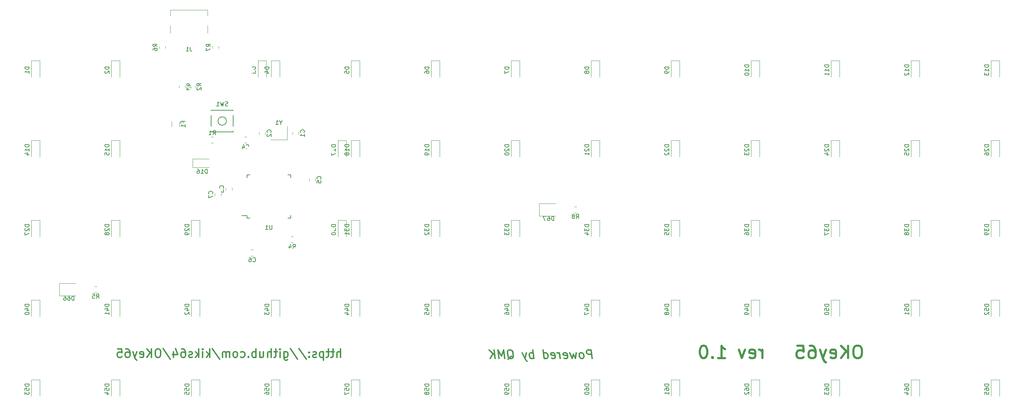
<source format=gbr>
%TF.GenerationSoftware,KiCad,Pcbnew,5.1.9+dfsg1-1*%
%TF.CreationDate,2021-12-19T00:26:22+01:00*%
%TF.ProjectId,okey65-pcb,6f6b6579-3635-42d7-9063-622e6b696361,rev?*%
%TF.SameCoordinates,Original*%
%TF.FileFunction,Legend,Bot*%
%TF.FilePolarity,Positive*%
%FSLAX46Y46*%
G04 Gerber Fmt 4.6, Leading zero omitted, Abs format (unit mm)*
G04 Created by KiCad (PCBNEW 5.1.9+dfsg1-1) date 2021-12-19 00:26:22*
%MOMM*%
%LPD*%
G01*
G04 APERTURE LIST*
%ADD10C,0.300000*%
%ADD11C,0.500000*%
%ADD12C,0.120000*%
%ADD13C,0.150000*%
%ADD14C,2.250000*%
%ADD15C,3.987800*%
%ADD16C,1.750000*%
%ADD17R,1.400000X1.200000*%
%ADD18R,0.550000X1.500000*%
%ADD19R,1.500000X0.550000*%
%ADD20R,1.800000X1.100000*%
%ADD21R,0.600000X1.160000*%
%ADD22C,0.600000*%
%ADD23R,0.300000X1.160000*%
%ADD24O,0.900000X1.700000*%
%ADD25O,0.900000X2.000000*%
%ADD26O,1.800000X2.400000*%
%ADD27R,1.200000X0.900000*%
%ADD28R,0.900000X1.200000*%
G04 APERTURE END LIST*
D10*
X98072428Y-109870761D02*
X98072428Y-107870761D01*
X97215285Y-109870761D02*
X97215285Y-108823142D01*
X97310523Y-108632666D01*
X97501000Y-108537428D01*
X97786714Y-108537428D01*
X97977190Y-108632666D01*
X98072428Y-108727904D01*
X96548619Y-108537428D02*
X95786714Y-108537428D01*
X96262904Y-107870761D02*
X96262904Y-109585047D01*
X96167666Y-109775523D01*
X95977190Y-109870761D01*
X95786714Y-109870761D01*
X95405761Y-108537428D02*
X94643857Y-108537428D01*
X95120047Y-107870761D02*
X95120047Y-109585047D01*
X95024809Y-109775523D01*
X94834333Y-109870761D01*
X94643857Y-109870761D01*
X93977190Y-108537428D02*
X93977190Y-110537428D01*
X93977190Y-108632666D02*
X93786714Y-108537428D01*
X93405761Y-108537428D01*
X93215285Y-108632666D01*
X93120047Y-108727904D01*
X93024809Y-108918380D01*
X93024809Y-109489809D01*
X93120047Y-109680285D01*
X93215285Y-109775523D01*
X93405761Y-109870761D01*
X93786714Y-109870761D01*
X93977190Y-109775523D01*
X92262904Y-109775523D02*
X92072428Y-109870761D01*
X91691476Y-109870761D01*
X91501000Y-109775523D01*
X91405761Y-109585047D01*
X91405761Y-109489809D01*
X91501000Y-109299333D01*
X91691476Y-109204095D01*
X91977190Y-109204095D01*
X92167666Y-109108857D01*
X92262904Y-108918380D01*
X92262904Y-108823142D01*
X92167666Y-108632666D01*
X91977190Y-108537428D01*
X91691476Y-108537428D01*
X91501000Y-108632666D01*
X90548619Y-109680285D02*
X90453380Y-109775523D01*
X90548619Y-109870761D01*
X90643857Y-109775523D01*
X90548619Y-109680285D01*
X90548619Y-109870761D01*
X90548619Y-108632666D02*
X90453380Y-108727904D01*
X90548619Y-108823142D01*
X90643857Y-108727904D01*
X90548619Y-108632666D01*
X90548619Y-108823142D01*
X88167666Y-107775523D02*
X89881952Y-110346952D01*
X86072428Y-107775523D02*
X87786714Y-110346952D01*
X84548619Y-108537428D02*
X84548619Y-110156476D01*
X84643857Y-110346952D01*
X84739095Y-110442190D01*
X84929571Y-110537428D01*
X85215285Y-110537428D01*
X85405761Y-110442190D01*
X84548619Y-109775523D02*
X84739095Y-109870761D01*
X85120047Y-109870761D01*
X85310523Y-109775523D01*
X85405761Y-109680285D01*
X85501000Y-109489809D01*
X85501000Y-108918380D01*
X85405761Y-108727904D01*
X85310523Y-108632666D01*
X85120047Y-108537428D01*
X84739095Y-108537428D01*
X84548619Y-108632666D01*
X83596238Y-109870761D02*
X83596238Y-108537428D01*
X83596238Y-107870761D02*
X83691476Y-107966000D01*
X83596238Y-108061238D01*
X83501000Y-107966000D01*
X83596238Y-107870761D01*
X83596238Y-108061238D01*
X82929571Y-108537428D02*
X82167666Y-108537428D01*
X82643857Y-107870761D02*
X82643857Y-109585047D01*
X82548619Y-109775523D01*
X82358142Y-109870761D01*
X82167666Y-109870761D01*
X81501000Y-109870761D02*
X81501000Y-107870761D01*
X80643857Y-109870761D02*
X80643857Y-108823142D01*
X80739095Y-108632666D01*
X80929571Y-108537428D01*
X81215285Y-108537428D01*
X81405761Y-108632666D01*
X81501000Y-108727904D01*
X78834333Y-108537428D02*
X78834333Y-109870761D01*
X79691476Y-108537428D02*
X79691476Y-109585047D01*
X79596238Y-109775523D01*
X79405761Y-109870761D01*
X79120047Y-109870761D01*
X78929571Y-109775523D01*
X78834333Y-109680285D01*
X77881952Y-109870761D02*
X77881952Y-107870761D01*
X77881952Y-108632666D02*
X77691476Y-108537428D01*
X77310523Y-108537428D01*
X77120047Y-108632666D01*
X77024809Y-108727904D01*
X76929571Y-108918380D01*
X76929571Y-109489809D01*
X77024809Y-109680285D01*
X77120047Y-109775523D01*
X77310523Y-109870761D01*
X77691476Y-109870761D01*
X77881952Y-109775523D01*
X76072428Y-109680285D02*
X75977190Y-109775523D01*
X76072428Y-109870761D01*
X76167666Y-109775523D01*
X76072428Y-109680285D01*
X76072428Y-109870761D01*
X74262904Y-109775523D02*
X74453380Y-109870761D01*
X74834333Y-109870761D01*
X75024809Y-109775523D01*
X75120047Y-109680285D01*
X75215285Y-109489809D01*
X75215285Y-108918380D01*
X75120047Y-108727904D01*
X75024809Y-108632666D01*
X74834333Y-108537428D01*
X74453380Y-108537428D01*
X74262904Y-108632666D01*
X73120047Y-109870761D02*
X73310523Y-109775523D01*
X73405761Y-109680285D01*
X73501000Y-109489809D01*
X73501000Y-108918380D01*
X73405761Y-108727904D01*
X73310523Y-108632666D01*
X73120047Y-108537428D01*
X72834333Y-108537428D01*
X72643857Y-108632666D01*
X72548619Y-108727904D01*
X72453380Y-108918380D01*
X72453380Y-109489809D01*
X72548619Y-109680285D01*
X72643857Y-109775523D01*
X72834333Y-109870761D01*
X73120047Y-109870761D01*
X71596238Y-109870761D02*
X71596238Y-108537428D01*
X71596238Y-108727904D02*
X71501000Y-108632666D01*
X71310523Y-108537428D01*
X71024809Y-108537428D01*
X70834333Y-108632666D01*
X70739095Y-108823142D01*
X70739095Y-109870761D01*
X70739095Y-108823142D02*
X70643857Y-108632666D01*
X70453380Y-108537428D01*
X70167666Y-108537428D01*
X69977190Y-108632666D01*
X69881952Y-108823142D01*
X69881952Y-109870761D01*
X67501000Y-107775523D02*
X69215285Y-110346952D01*
X66834333Y-109870761D02*
X66834333Y-107870761D01*
X66643857Y-109108857D02*
X66072428Y-109870761D01*
X66072428Y-108537428D02*
X66834333Y-109299333D01*
X65215285Y-109870761D02*
X65215285Y-108537428D01*
X65215285Y-107870761D02*
X65310523Y-107966000D01*
X65215285Y-108061238D01*
X65120047Y-107966000D01*
X65215285Y-107870761D01*
X65215285Y-108061238D01*
X64262904Y-109870761D02*
X64262904Y-107870761D01*
X64072428Y-109108857D02*
X63501000Y-109870761D01*
X63501000Y-108537428D02*
X64262904Y-109299333D01*
X62739095Y-109775523D02*
X62548619Y-109870761D01*
X62167666Y-109870761D01*
X61977190Y-109775523D01*
X61881952Y-109585047D01*
X61881952Y-109489809D01*
X61977190Y-109299333D01*
X62167666Y-109204095D01*
X62453380Y-109204095D01*
X62643857Y-109108857D01*
X62739095Y-108918380D01*
X62739095Y-108823142D01*
X62643857Y-108632666D01*
X62453380Y-108537428D01*
X62167666Y-108537428D01*
X61977190Y-108632666D01*
X60167666Y-107870761D02*
X60548619Y-107870761D01*
X60739095Y-107966000D01*
X60834333Y-108061238D01*
X61024809Y-108346952D01*
X61120047Y-108727904D01*
X61120047Y-109489809D01*
X61024809Y-109680285D01*
X60929571Y-109775523D01*
X60739095Y-109870761D01*
X60358142Y-109870761D01*
X60167666Y-109775523D01*
X60072428Y-109680285D01*
X59977190Y-109489809D01*
X59977190Y-109013619D01*
X60072428Y-108823142D01*
X60167666Y-108727904D01*
X60358142Y-108632666D01*
X60739095Y-108632666D01*
X60929571Y-108727904D01*
X61024809Y-108823142D01*
X61120047Y-109013619D01*
X58262904Y-108537428D02*
X58262904Y-109870761D01*
X58739095Y-107775523D02*
X59215285Y-109204095D01*
X57977190Y-109204095D01*
X55786714Y-107775523D02*
X57501000Y-110346952D01*
X54739095Y-107870761D02*
X54358142Y-107870761D01*
X54167666Y-107966000D01*
X53977190Y-108156476D01*
X53881952Y-108537428D01*
X53881952Y-109204095D01*
X53977190Y-109585047D01*
X54167666Y-109775523D01*
X54358142Y-109870761D01*
X54739095Y-109870761D01*
X54929571Y-109775523D01*
X55120047Y-109585047D01*
X55215285Y-109204095D01*
X55215285Y-108537428D01*
X55120047Y-108156476D01*
X54929571Y-107966000D01*
X54739095Y-107870761D01*
X53024809Y-109870761D02*
X53024809Y-107870761D01*
X51881952Y-109870761D02*
X52739095Y-108727904D01*
X51881952Y-107870761D02*
X53024809Y-109013619D01*
X50262904Y-109775523D02*
X50453380Y-109870761D01*
X50834333Y-109870761D01*
X51024809Y-109775523D01*
X51120047Y-109585047D01*
X51120047Y-108823142D01*
X51024809Y-108632666D01*
X50834333Y-108537428D01*
X50453380Y-108537428D01*
X50262904Y-108632666D01*
X50167666Y-108823142D01*
X50167666Y-109013619D01*
X51120047Y-109204095D01*
X49501000Y-108537428D02*
X49024809Y-109870761D01*
X48548619Y-108537428D02*
X49024809Y-109870761D01*
X49215285Y-110346952D01*
X49310523Y-110442190D01*
X49501000Y-110537428D01*
X46929571Y-107870761D02*
X47310523Y-107870761D01*
X47501000Y-107966000D01*
X47596238Y-108061238D01*
X47786714Y-108346952D01*
X47881952Y-108727904D01*
X47881952Y-109489809D01*
X47786714Y-109680285D01*
X47691476Y-109775523D01*
X47501000Y-109870761D01*
X47120047Y-109870761D01*
X46929571Y-109775523D01*
X46834333Y-109680285D01*
X46739095Y-109489809D01*
X46739095Y-109013619D01*
X46834333Y-108823142D01*
X46929571Y-108727904D01*
X47120047Y-108632666D01*
X47501000Y-108632666D01*
X47691476Y-108727904D01*
X47786714Y-108823142D01*
X47881952Y-109013619D01*
X44929571Y-107870761D02*
X45881952Y-107870761D01*
X45977190Y-108823142D01*
X45881952Y-108727904D01*
X45691476Y-108632666D01*
X45215285Y-108632666D01*
X45024809Y-108727904D01*
X44929571Y-108823142D01*
X44834333Y-109013619D01*
X44834333Y-109489809D01*
X44929571Y-109680285D01*
X45024809Y-109775523D01*
X45215285Y-109870761D01*
X45691476Y-109870761D01*
X45881952Y-109775523D01*
X45977190Y-109680285D01*
X157964208Y-110124761D02*
X157714208Y-108124761D01*
X156952303Y-108124761D01*
X156773732Y-108220000D01*
X156690398Y-108315238D01*
X156618970Y-108505714D01*
X156654684Y-108791428D01*
X156773732Y-108981904D01*
X156880875Y-109077142D01*
X157083255Y-109172380D01*
X157845160Y-109172380D01*
X155678494Y-110124761D02*
X155857065Y-110029523D01*
X155940398Y-109934285D01*
X156011827Y-109743809D01*
X155940398Y-109172380D01*
X155821351Y-108981904D01*
X155714208Y-108886666D01*
X155511827Y-108791428D01*
X155226113Y-108791428D01*
X155047541Y-108886666D01*
X154964208Y-108981904D01*
X154892779Y-109172380D01*
X154964208Y-109743809D01*
X155083255Y-109934285D01*
X155190398Y-110029523D01*
X155392779Y-110124761D01*
X155678494Y-110124761D01*
X154178494Y-108791428D02*
X153964208Y-110124761D01*
X153464208Y-109172380D01*
X153202303Y-110124761D01*
X152654684Y-108791428D01*
X151285636Y-110029523D02*
X151488017Y-110124761D01*
X151868970Y-110124761D01*
X152047541Y-110029523D01*
X152118970Y-109839047D01*
X152023732Y-109077142D01*
X151904684Y-108886666D01*
X151702303Y-108791428D01*
X151321351Y-108791428D01*
X151142779Y-108886666D01*
X151071351Y-109077142D01*
X151095160Y-109267619D01*
X152071351Y-109458095D01*
X150345160Y-110124761D02*
X150178494Y-108791428D01*
X150226113Y-109172380D02*
X150107065Y-108981904D01*
X149999922Y-108886666D01*
X149797541Y-108791428D01*
X149607065Y-108791428D01*
X148333255Y-110029523D02*
X148535636Y-110124761D01*
X148916589Y-110124761D01*
X149095160Y-110029523D01*
X149166589Y-109839047D01*
X149071351Y-109077142D01*
X148952303Y-108886666D01*
X148749922Y-108791428D01*
X148368970Y-108791428D01*
X148190398Y-108886666D01*
X148118970Y-109077142D01*
X148142779Y-109267619D01*
X149118970Y-109458095D01*
X146535636Y-110124761D02*
X146285636Y-108124761D01*
X146523732Y-110029523D02*
X146726113Y-110124761D01*
X147107065Y-110124761D01*
X147285636Y-110029523D01*
X147368970Y-109934285D01*
X147440398Y-109743809D01*
X147368970Y-109172380D01*
X147249922Y-108981904D01*
X147142779Y-108886666D01*
X146940398Y-108791428D01*
X146559446Y-108791428D01*
X146380875Y-108886666D01*
X144059446Y-110124761D02*
X143809446Y-108124761D01*
X143904684Y-108886666D02*
X143702303Y-108791428D01*
X143321351Y-108791428D01*
X143142779Y-108886666D01*
X143059446Y-108981904D01*
X142988017Y-109172380D01*
X143059446Y-109743809D01*
X143178494Y-109934285D01*
X143285636Y-110029523D01*
X143488017Y-110124761D01*
X143868970Y-110124761D01*
X144047541Y-110029523D01*
X142273732Y-108791428D02*
X141964208Y-110124761D01*
X141321351Y-108791428D02*
X141964208Y-110124761D01*
X142214208Y-110600952D01*
X142321351Y-110696190D01*
X142523732Y-110791428D01*
X137892779Y-110315238D02*
X138071351Y-110220000D01*
X138238017Y-110029523D01*
X138488017Y-109743809D01*
X138666589Y-109648571D01*
X138857065Y-109648571D01*
X138821351Y-110124761D02*
X138999922Y-110029523D01*
X139166589Y-109839047D01*
X139214208Y-109458095D01*
X139130875Y-108791428D01*
X138988017Y-108410476D01*
X138773732Y-108220000D01*
X138571351Y-108124761D01*
X138190398Y-108124761D01*
X138011827Y-108220000D01*
X137845160Y-108410476D01*
X137797541Y-108791428D01*
X137880875Y-109458095D01*
X138023732Y-109839047D01*
X138238017Y-110029523D01*
X138440398Y-110124761D01*
X138821351Y-110124761D01*
X137107065Y-110124761D02*
X136857065Y-108124761D01*
X136368970Y-109553333D01*
X135523732Y-108124761D01*
X135773732Y-110124761D01*
X134821351Y-110124761D02*
X134571351Y-108124761D01*
X133678494Y-110124761D02*
X134392779Y-108981904D01*
X133428494Y-108124761D02*
X134714208Y-109267619D01*
D11*
X221517428Y-107069142D02*
X220946000Y-107069142D01*
X220660285Y-107212000D01*
X220374571Y-107497714D01*
X220231714Y-108069142D01*
X220231714Y-109069142D01*
X220374571Y-109640571D01*
X220660285Y-109926285D01*
X220946000Y-110069142D01*
X221517428Y-110069142D01*
X221803142Y-109926285D01*
X222088857Y-109640571D01*
X222231714Y-109069142D01*
X222231714Y-108069142D01*
X222088857Y-107497714D01*
X221803142Y-107212000D01*
X221517428Y-107069142D01*
X218946000Y-110069142D02*
X218946000Y-107069142D01*
X217231714Y-110069142D02*
X218517428Y-108354857D01*
X217231714Y-107069142D02*
X218946000Y-108783428D01*
X214803142Y-109926285D02*
X215088857Y-110069142D01*
X215660285Y-110069142D01*
X215946000Y-109926285D01*
X216088857Y-109640571D01*
X216088857Y-108497714D01*
X215946000Y-108212000D01*
X215660285Y-108069142D01*
X215088857Y-108069142D01*
X214803142Y-108212000D01*
X214660285Y-108497714D01*
X214660285Y-108783428D01*
X216088857Y-109069142D01*
X213660285Y-108069142D02*
X212946000Y-110069142D01*
X212231714Y-108069142D02*
X212946000Y-110069142D01*
X213231714Y-110783428D01*
X213374571Y-110926285D01*
X213660285Y-111069142D01*
X209803142Y-107069142D02*
X210374571Y-107069142D01*
X210660285Y-107212000D01*
X210803142Y-107354857D01*
X211088857Y-107783428D01*
X211231714Y-108354857D01*
X211231714Y-109497714D01*
X211088857Y-109783428D01*
X210946000Y-109926285D01*
X210660285Y-110069142D01*
X210088857Y-110069142D01*
X209803142Y-109926285D01*
X209660285Y-109783428D01*
X209517428Y-109497714D01*
X209517428Y-108783428D01*
X209660285Y-108497714D01*
X209803142Y-108354857D01*
X210088857Y-108212000D01*
X210660285Y-108212000D01*
X210946000Y-108354857D01*
X211088857Y-108497714D01*
X211231714Y-108783428D01*
X206803142Y-107069142D02*
X208231714Y-107069142D01*
X208374571Y-108497714D01*
X208231714Y-108354857D01*
X207946000Y-108212000D01*
X207231714Y-108212000D01*
X206946000Y-108354857D01*
X206803142Y-108497714D01*
X206660285Y-108783428D01*
X206660285Y-109497714D01*
X206803142Y-109783428D01*
X206946000Y-109926285D01*
X207231714Y-110069142D01*
X207946000Y-110069142D01*
X208231714Y-109926285D01*
X208374571Y-109783428D01*
X198517428Y-110069142D02*
X198517428Y-108069142D01*
X198517428Y-108640571D02*
X198374571Y-108354857D01*
X198231714Y-108212000D01*
X197946000Y-108069142D01*
X197660285Y-108069142D01*
X195517428Y-109926285D02*
X195803142Y-110069142D01*
X196374571Y-110069142D01*
X196660285Y-109926285D01*
X196803142Y-109640571D01*
X196803142Y-108497714D01*
X196660285Y-108212000D01*
X196374571Y-108069142D01*
X195803142Y-108069142D01*
X195517428Y-108212000D01*
X195374571Y-108497714D01*
X195374571Y-108783428D01*
X196803142Y-109069142D01*
X194374571Y-108069142D02*
X193660285Y-110069142D01*
X192946000Y-108069142D01*
X187946000Y-110069142D02*
X189660285Y-110069142D01*
X188803142Y-110069142D02*
X188803142Y-107069142D01*
X189088857Y-107497714D01*
X189374571Y-107783428D01*
X189660285Y-107926285D01*
X186660285Y-109783428D02*
X186517428Y-109926285D01*
X186660285Y-110069142D01*
X186803142Y-109926285D01*
X186660285Y-109783428D01*
X186660285Y-110069142D01*
X184660285Y-107069142D02*
X184374571Y-107069142D01*
X184088857Y-107212000D01*
X183946000Y-107354857D01*
X183803142Y-107640571D01*
X183660285Y-108212000D01*
X183660285Y-108926285D01*
X183803142Y-109497714D01*
X183946000Y-109783428D01*
X184088857Y-109926285D01*
X184374571Y-110069142D01*
X184660285Y-110069142D01*
X184946000Y-109926285D01*
X185088857Y-109783428D01*
X185231714Y-109497714D01*
X185374571Y-108926285D01*
X185374571Y-108212000D01*
X185231714Y-107640571D01*
X185088857Y-107354857D01*
X184946000Y-107212000D01*
X184660285Y-107069142D01*
D12*
%TO.C,F1*%
X59647500Y-54764564D02*
X59647500Y-53560436D01*
X57827500Y-54764564D02*
X57827500Y-53560436D01*
%TO.C,Y1*%
X85343750Y-54650000D02*
X85343750Y-57950000D01*
X85343750Y-57950000D02*
X81343750Y-57950000D01*
D13*
%TO.C,U1*%
X75787500Y-76612500D02*
X75787500Y-76037500D01*
X86137500Y-76612500D02*
X86137500Y-75937500D01*
X86137500Y-66262500D02*
X86137500Y-66937500D01*
X75787500Y-66262500D02*
X75787500Y-66937500D01*
X75787500Y-76612500D02*
X76462500Y-76612500D01*
X75787500Y-66262500D02*
X76462500Y-66262500D01*
X86137500Y-66262500D02*
X85462500Y-66262500D01*
X86137500Y-76612500D02*
X85462500Y-76612500D01*
X75787500Y-76037500D02*
X74512500Y-76037500D01*
%TO.C,SW1*%
X67250000Y-56043750D02*
X72450000Y-56043750D01*
X72450000Y-56043750D02*
X72450000Y-50843750D01*
X72450000Y-50843750D02*
X67250000Y-50843750D01*
X67250000Y-50843750D02*
X67250000Y-56043750D01*
X70850000Y-53443750D02*
G75*
G03*
X70850000Y-53443750I-1000000J0D01*
G01*
D12*
%TO.C,R8*%
X153760436Y-75347500D02*
X154214564Y-75347500D01*
X153760436Y-73877500D02*
X154214564Y-73877500D01*
%TO.C,R7*%
X67527500Y-35610436D02*
X67527500Y-36064564D01*
X68997500Y-35610436D02*
X68997500Y-36064564D01*
%TO.C,R6*%
X54827500Y-35610436D02*
X54827500Y-36064564D01*
X56297500Y-35610436D02*
X56297500Y-36064564D01*
%TO.C,R5*%
X39460436Y-94397500D02*
X39914564Y-94397500D01*
X39460436Y-92927500D02*
X39914564Y-92927500D01*
%TO.C,R4*%
X86291686Y-82491250D02*
X86745814Y-82491250D01*
X86291686Y-81021250D02*
X86745814Y-81021250D01*
%TO.C,R3*%
X61060000Y-45470814D02*
X61060000Y-45016686D01*
X59590000Y-45470814D02*
X59590000Y-45016686D01*
%TO.C,R2*%
X63441250Y-45470814D02*
X63441250Y-45016686D01*
X61971250Y-45470814D02*
X61971250Y-45016686D01*
%TO.C,R1*%
X67695814Y-57208750D02*
X67241686Y-57208750D01*
X67695814Y-58678750D02*
X67241686Y-58678750D01*
%TO.C,J1*%
X66382500Y-26910000D02*
X57442500Y-26910000D01*
X66382500Y-32420000D02*
X66382500Y-30620000D01*
X66382500Y-26910000D02*
X66382500Y-28370000D01*
X57442500Y-26910000D02*
X57442500Y-28370000D01*
X57442500Y-32420000D02*
X57442500Y-30620000D01*
%TO.C,D67*%
X149237500Y-76072500D02*
X145352500Y-76072500D01*
X145352500Y-76072500D02*
X145352500Y-73152500D01*
X145352500Y-73152500D02*
X149237500Y-73152500D01*
%TO.C,D66*%
X34937500Y-95122500D02*
X31052500Y-95122500D01*
X31052500Y-95122500D02*
X31052500Y-92202500D01*
X31052500Y-92202500D02*
X34937500Y-92202500D01*
%TO.C,D65*%
X253000000Y-115225000D02*
X255000000Y-115225000D01*
X255000000Y-115225000D02*
X255000000Y-119125000D01*
X253000000Y-115225000D02*
X253000000Y-119125000D01*
%TO.C,D64*%
X233950000Y-115225000D02*
X235950000Y-115225000D01*
X235950000Y-115225000D02*
X235950000Y-119125000D01*
X233950000Y-115225000D02*
X233950000Y-119125000D01*
%TO.C,D63*%
X214900000Y-115225000D02*
X216900000Y-115225000D01*
X216900000Y-115225000D02*
X216900000Y-119125000D01*
X214900000Y-115225000D02*
X214900000Y-119125000D01*
%TO.C,D62*%
X195850000Y-115225000D02*
X197850000Y-115225000D01*
X197850000Y-115225000D02*
X197850000Y-119125000D01*
X195850000Y-115225000D02*
X195850000Y-119125000D01*
%TO.C,D61*%
X176800000Y-115225000D02*
X178800000Y-115225000D01*
X178800000Y-115225000D02*
X178800000Y-119125000D01*
X176800000Y-115225000D02*
X176800000Y-119125000D01*
%TO.C,D60*%
X157750000Y-115225000D02*
X159750000Y-115225000D01*
X159750000Y-115225000D02*
X159750000Y-119125000D01*
X157750000Y-115225000D02*
X157750000Y-119125000D01*
%TO.C,D59*%
X138700000Y-115225000D02*
X140700000Y-115225000D01*
X140700000Y-115225000D02*
X140700000Y-119125000D01*
X138700000Y-115225000D02*
X138700000Y-119125000D01*
%TO.C,D58*%
X119650000Y-115225000D02*
X121650000Y-115225000D01*
X121650000Y-115225000D02*
X121650000Y-119125000D01*
X119650000Y-115225000D02*
X119650000Y-119125000D01*
%TO.C,D57*%
X100600000Y-115225000D02*
X102600000Y-115225000D01*
X102600000Y-115225000D02*
X102600000Y-119125000D01*
X100600000Y-115225000D02*
X100600000Y-119125000D01*
%TO.C,D56*%
X81550000Y-115225000D02*
X83550000Y-115225000D01*
X83550000Y-115225000D02*
X83550000Y-119125000D01*
X81550000Y-115225000D02*
X81550000Y-119125000D01*
%TO.C,D55*%
X62500000Y-115225000D02*
X64500000Y-115225000D01*
X64500000Y-115225000D02*
X64500000Y-119125000D01*
X62500000Y-115225000D02*
X62500000Y-119125000D01*
%TO.C,D54*%
X43450000Y-115225000D02*
X45450000Y-115225000D01*
X45450000Y-115225000D02*
X45450000Y-119125000D01*
X43450000Y-115225000D02*
X43450000Y-119125000D01*
%TO.C,D53*%
X24400000Y-115225000D02*
X26400000Y-115225000D01*
X26400000Y-115225000D02*
X26400000Y-119125000D01*
X24400000Y-115225000D02*
X24400000Y-119125000D01*
%TO.C,D52*%
X253000000Y-96175000D02*
X255000000Y-96175000D01*
X255000000Y-96175000D02*
X255000000Y-100075000D01*
X253000000Y-96175000D02*
X253000000Y-100075000D01*
%TO.C,D51*%
X233950000Y-96175000D02*
X235950000Y-96175000D01*
X235950000Y-96175000D02*
X235950000Y-100075000D01*
X233950000Y-96175000D02*
X233950000Y-100075000D01*
%TO.C,D50*%
X214900000Y-96175000D02*
X216900000Y-96175000D01*
X216900000Y-96175000D02*
X216900000Y-100075000D01*
X214900000Y-96175000D02*
X214900000Y-100075000D01*
%TO.C,D49*%
X195850000Y-96175000D02*
X197850000Y-96175000D01*
X197850000Y-96175000D02*
X197850000Y-100075000D01*
X195850000Y-96175000D02*
X195850000Y-100075000D01*
%TO.C,D48*%
X176800000Y-96175000D02*
X178800000Y-96175000D01*
X178800000Y-96175000D02*
X178800000Y-100075000D01*
X176800000Y-96175000D02*
X176800000Y-100075000D01*
%TO.C,D47*%
X157750000Y-96175000D02*
X159750000Y-96175000D01*
X159750000Y-96175000D02*
X159750000Y-100075000D01*
X157750000Y-96175000D02*
X157750000Y-100075000D01*
%TO.C,D46*%
X138700000Y-96175000D02*
X140700000Y-96175000D01*
X140700000Y-96175000D02*
X140700000Y-100075000D01*
X138700000Y-96175000D02*
X138700000Y-100075000D01*
%TO.C,D45*%
X119650000Y-96175000D02*
X121650000Y-96175000D01*
X121650000Y-96175000D02*
X121650000Y-100075000D01*
X119650000Y-96175000D02*
X119650000Y-100075000D01*
%TO.C,D44*%
X100600000Y-96175000D02*
X102600000Y-96175000D01*
X102600000Y-96175000D02*
X102600000Y-100075000D01*
X100600000Y-96175000D02*
X100600000Y-100075000D01*
%TO.C,D43*%
X81550000Y-96175000D02*
X83550000Y-96175000D01*
X83550000Y-96175000D02*
X83550000Y-100075000D01*
X81550000Y-96175000D02*
X81550000Y-100075000D01*
%TO.C,D42*%
X62500000Y-96175000D02*
X64500000Y-96175000D01*
X64500000Y-96175000D02*
X64500000Y-100075000D01*
X62500000Y-96175000D02*
X62500000Y-100075000D01*
%TO.C,D41*%
X43450000Y-96175000D02*
X45450000Y-96175000D01*
X45450000Y-96175000D02*
X45450000Y-100075000D01*
X43450000Y-96175000D02*
X43450000Y-100075000D01*
%TO.C,D40*%
X24400000Y-96175000D02*
X26400000Y-96175000D01*
X26400000Y-96175000D02*
X26400000Y-100075000D01*
X24400000Y-96175000D02*
X24400000Y-100075000D01*
%TO.C,D39*%
X253000000Y-77125000D02*
X255000000Y-77125000D01*
X255000000Y-77125000D02*
X255000000Y-81025000D01*
X253000000Y-77125000D02*
X253000000Y-81025000D01*
%TO.C,D38*%
X233950000Y-77125000D02*
X235950000Y-77125000D01*
X235950000Y-77125000D02*
X235950000Y-81025000D01*
X233950000Y-77125000D02*
X233950000Y-81025000D01*
%TO.C,D37*%
X214900000Y-77125000D02*
X216900000Y-77125000D01*
X216900000Y-77125000D02*
X216900000Y-81025000D01*
X214900000Y-77125000D02*
X214900000Y-81025000D01*
%TO.C,D36*%
X195850000Y-77125000D02*
X197850000Y-77125000D01*
X197850000Y-77125000D02*
X197850000Y-81025000D01*
X195850000Y-77125000D02*
X195850000Y-81025000D01*
%TO.C,D35*%
X176800000Y-77125000D02*
X178800000Y-77125000D01*
X178800000Y-77125000D02*
X178800000Y-81025000D01*
X176800000Y-77125000D02*
X176800000Y-81025000D01*
%TO.C,D34*%
X157750000Y-77125000D02*
X159750000Y-77125000D01*
X159750000Y-77125000D02*
X159750000Y-81025000D01*
X157750000Y-77125000D02*
X157750000Y-81025000D01*
%TO.C,D33*%
X138700000Y-77125000D02*
X140700000Y-77125000D01*
X140700000Y-77125000D02*
X140700000Y-81025000D01*
X138700000Y-77125000D02*
X138700000Y-81025000D01*
%TO.C,D32*%
X119650000Y-77125000D02*
X121650000Y-77125000D01*
X121650000Y-77125000D02*
X121650000Y-81025000D01*
X119650000Y-77125000D02*
X119650000Y-81025000D01*
%TO.C,D31*%
X100600000Y-77125000D02*
X102600000Y-77125000D01*
X102600000Y-77125000D02*
X102600000Y-81025000D01*
X100600000Y-77125000D02*
X100600000Y-81025000D01*
%TO.C,D30*%
X97425000Y-77125000D02*
X99425000Y-77125000D01*
X99425000Y-77125000D02*
X99425000Y-81025000D01*
X97425000Y-77125000D02*
X97425000Y-81025000D01*
%TO.C,D29*%
X62500000Y-77125000D02*
X64500000Y-77125000D01*
X64500000Y-77125000D02*
X64500000Y-81025000D01*
X62500000Y-77125000D02*
X62500000Y-81025000D01*
%TO.C,D28*%
X43450000Y-77125000D02*
X45450000Y-77125000D01*
X45450000Y-77125000D02*
X45450000Y-81025000D01*
X43450000Y-77125000D02*
X43450000Y-81025000D01*
%TO.C,D27*%
X24400000Y-77125000D02*
X26400000Y-77125000D01*
X26400000Y-77125000D02*
X26400000Y-81025000D01*
X24400000Y-77125000D02*
X24400000Y-81025000D01*
%TO.C,D26*%
X253000000Y-58075000D02*
X255000000Y-58075000D01*
X255000000Y-58075000D02*
X255000000Y-61975000D01*
X253000000Y-58075000D02*
X253000000Y-61975000D01*
%TO.C,D25*%
X233950000Y-58075000D02*
X235950000Y-58075000D01*
X235950000Y-58075000D02*
X235950000Y-61975000D01*
X233950000Y-58075000D02*
X233950000Y-61975000D01*
%TO.C,D24*%
X214900000Y-58075000D02*
X216900000Y-58075000D01*
X216900000Y-58075000D02*
X216900000Y-61975000D01*
X214900000Y-58075000D02*
X214900000Y-61975000D01*
%TO.C,D23*%
X195850000Y-58075000D02*
X197850000Y-58075000D01*
X197850000Y-58075000D02*
X197850000Y-61975000D01*
X195850000Y-58075000D02*
X195850000Y-61975000D01*
%TO.C,D22*%
X176800000Y-58075000D02*
X178800000Y-58075000D01*
X178800000Y-58075000D02*
X178800000Y-61975000D01*
X176800000Y-58075000D02*
X176800000Y-61975000D01*
%TO.C,D21*%
X157750000Y-58075000D02*
X159750000Y-58075000D01*
X159750000Y-58075000D02*
X159750000Y-61975000D01*
X157750000Y-58075000D02*
X157750000Y-61975000D01*
%TO.C,D20*%
X138700000Y-58075000D02*
X140700000Y-58075000D01*
X140700000Y-58075000D02*
X140700000Y-61975000D01*
X138700000Y-58075000D02*
X138700000Y-61975000D01*
%TO.C,D19*%
X119650000Y-58075000D02*
X121650000Y-58075000D01*
X121650000Y-58075000D02*
X121650000Y-61975000D01*
X119650000Y-58075000D02*
X119650000Y-61975000D01*
%TO.C,D18*%
X100600000Y-58075000D02*
X102600000Y-58075000D01*
X102600000Y-58075000D02*
X102600000Y-61975000D01*
X100600000Y-58075000D02*
X100600000Y-61975000D01*
%TO.C,D17*%
X97425000Y-58075000D02*
X99425000Y-58075000D01*
X99425000Y-58075000D02*
X99425000Y-61975000D01*
X97425000Y-58075000D02*
X97425000Y-61975000D01*
%TO.C,D16*%
X62837500Y-64500000D02*
X62837500Y-62500000D01*
X62837500Y-62500000D02*
X66737500Y-62500000D01*
X62837500Y-64500000D02*
X66737500Y-64500000D01*
%TO.C,D15*%
X43450000Y-58075000D02*
X45450000Y-58075000D01*
X45450000Y-58075000D02*
X45450000Y-61975000D01*
X43450000Y-58075000D02*
X43450000Y-61975000D01*
%TO.C,D14*%
X24400000Y-58075000D02*
X26400000Y-58075000D01*
X26400000Y-58075000D02*
X26400000Y-61975000D01*
X24400000Y-58075000D02*
X24400000Y-61975000D01*
%TO.C,D13*%
X253000000Y-39025000D02*
X255000000Y-39025000D01*
X255000000Y-39025000D02*
X255000000Y-42925000D01*
X253000000Y-39025000D02*
X253000000Y-42925000D01*
%TO.C,D12*%
X233950000Y-39025000D02*
X235950000Y-39025000D01*
X235950000Y-39025000D02*
X235950000Y-42925000D01*
X233950000Y-39025000D02*
X233950000Y-42925000D01*
%TO.C,D11*%
X214900000Y-39025000D02*
X216900000Y-39025000D01*
X216900000Y-39025000D02*
X216900000Y-42925000D01*
X214900000Y-39025000D02*
X214900000Y-42925000D01*
%TO.C,D10*%
X195850000Y-39025000D02*
X197850000Y-39025000D01*
X197850000Y-39025000D02*
X197850000Y-42925000D01*
X195850000Y-39025000D02*
X195850000Y-42925000D01*
%TO.C,D9*%
X176800000Y-39025000D02*
X178800000Y-39025000D01*
X178800000Y-39025000D02*
X178800000Y-42925000D01*
X176800000Y-39025000D02*
X176800000Y-42925000D01*
%TO.C,D8*%
X157750000Y-39025000D02*
X159750000Y-39025000D01*
X159750000Y-39025000D02*
X159750000Y-42925000D01*
X157750000Y-39025000D02*
X157750000Y-42925000D01*
%TO.C,D7*%
X138700000Y-39025000D02*
X140700000Y-39025000D01*
X140700000Y-39025000D02*
X140700000Y-42925000D01*
X138700000Y-39025000D02*
X138700000Y-42925000D01*
%TO.C,D6*%
X119650000Y-39025000D02*
X121650000Y-39025000D01*
X121650000Y-39025000D02*
X121650000Y-42925000D01*
X119650000Y-39025000D02*
X119650000Y-42925000D01*
%TO.C,D5*%
X100600000Y-39025000D02*
X102600000Y-39025000D01*
X102600000Y-39025000D02*
X102600000Y-42925000D01*
X100600000Y-39025000D02*
X100600000Y-42925000D01*
%TO.C,D4*%
X81550000Y-39025000D02*
X83550000Y-39025000D01*
X83550000Y-39025000D02*
X83550000Y-42925000D01*
X81550000Y-39025000D02*
X81550000Y-42925000D01*
%TO.C,D3*%
X78375000Y-39025000D02*
X80375000Y-39025000D01*
X80375000Y-39025000D02*
X80375000Y-42925000D01*
X78375000Y-39025000D02*
X78375000Y-42925000D01*
%TO.C,D2*%
X43450000Y-39025000D02*
X45450000Y-39025000D01*
X45450000Y-39025000D02*
X45450000Y-42925000D01*
X43450000Y-39025000D02*
X43450000Y-42925000D01*
%TO.C,D1*%
X24400000Y-39025000D02*
X26400000Y-39025000D01*
X26400000Y-39025000D02*
X26400000Y-42925000D01*
X24400000Y-39025000D02*
X24400000Y-42925000D01*
%TO.C,C7*%
X68099000Y-70731748D02*
X68099000Y-71254252D01*
X69569000Y-70731748D02*
X69569000Y-71254252D01*
%TO.C,C6*%
X76732498Y-84196250D02*
X77255002Y-84196250D01*
X76732498Y-85666250D02*
X77255002Y-85666250D01*
%TO.C,C5*%
X90546250Y-67730002D02*
X90546250Y-67207498D01*
X92016250Y-67730002D02*
X92016250Y-67207498D01*
%TO.C,C4*%
X75144998Y-57208750D02*
X75667502Y-57208750D01*
X75144998Y-58678750D02*
X75667502Y-58678750D01*
%TO.C,C3*%
X70702500Y-69432498D02*
X70702500Y-69955002D01*
X72172500Y-69432498D02*
X72172500Y-69955002D01*
%TO.C,C2*%
X80110000Y-56617502D02*
X80110000Y-56094998D01*
X78640000Y-56617502D02*
X78640000Y-56094998D01*
%TO.C,C1*%
X88047500Y-56617502D02*
X88047500Y-56094998D01*
X86577500Y-56617502D02*
X86577500Y-56094998D01*
%TO.C,F1*%
D13*
X60486071Y-53829166D02*
X60486071Y-53495833D01*
X61009880Y-53495833D02*
X60009880Y-53495833D01*
X60009880Y-53972023D01*
X61009880Y-54876785D02*
X61009880Y-54305357D01*
X61009880Y-54591071D02*
X60009880Y-54591071D01*
X60152738Y-54495833D01*
X60247976Y-54400595D01*
X60295595Y-54305357D01*
%TO.C,Y1*%
X83819940Y-53826190D02*
X83819940Y-54302380D01*
X84153273Y-53302380D02*
X83819940Y-53826190D01*
X83486607Y-53302380D01*
X82629464Y-54302380D02*
X83200892Y-54302380D01*
X82915178Y-54302380D02*
X82915178Y-53302380D01*
X83010416Y-53445238D01*
X83105654Y-53540476D01*
X83200892Y-53588095D01*
%TO.C,U1*%
X81724404Y-78339880D02*
X81724404Y-79149404D01*
X81676785Y-79244642D01*
X81629166Y-79292261D01*
X81533928Y-79339880D01*
X81343452Y-79339880D01*
X81248214Y-79292261D01*
X81200595Y-79244642D01*
X81152976Y-79149404D01*
X81152976Y-78339880D01*
X80152976Y-79339880D02*
X80724404Y-79339880D01*
X80438690Y-79339880D02*
X80438690Y-78339880D01*
X80533928Y-78482738D01*
X80629166Y-78577976D01*
X80724404Y-78625595D01*
%TO.C,SW1*%
X71183333Y-49784511D02*
X71040476Y-49832130D01*
X70802380Y-49832130D01*
X70707142Y-49784511D01*
X70659523Y-49736892D01*
X70611904Y-49641654D01*
X70611904Y-49546416D01*
X70659523Y-49451178D01*
X70707142Y-49403559D01*
X70802380Y-49355940D01*
X70992857Y-49308321D01*
X71088095Y-49260702D01*
X71135714Y-49213083D01*
X71183333Y-49117845D01*
X71183333Y-49022607D01*
X71135714Y-48927369D01*
X71088095Y-48879750D01*
X70992857Y-48832130D01*
X70754761Y-48832130D01*
X70611904Y-48879750D01*
X70278571Y-48832130D02*
X70040476Y-49832130D01*
X69850000Y-49117845D01*
X69659523Y-49832130D01*
X69421428Y-48832130D01*
X68516666Y-49832130D02*
X69088095Y-49832130D01*
X68802380Y-49832130D02*
X68802380Y-48832130D01*
X68897619Y-48974988D01*
X68992857Y-49070226D01*
X69088095Y-49117845D01*
%TO.C,R8*%
X154154166Y-76714880D02*
X154487500Y-76238690D01*
X154725595Y-76714880D02*
X154725595Y-75714880D01*
X154344642Y-75714880D01*
X154249404Y-75762500D01*
X154201785Y-75810119D01*
X154154166Y-75905357D01*
X154154166Y-76048214D01*
X154201785Y-76143452D01*
X154249404Y-76191071D01*
X154344642Y-76238690D01*
X154725595Y-76238690D01*
X153582738Y-76143452D02*
X153677976Y-76095833D01*
X153725595Y-76048214D01*
X153773214Y-75952976D01*
X153773214Y-75905357D01*
X153725595Y-75810119D01*
X153677976Y-75762500D01*
X153582738Y-75714880D01*
X153392261Y-75714880D01*
X153297023Y-75762500D01*
X153249404Y-75810119D01*
X153201785Y-75905357D01*
X153201785Y-75952976D01*
X153249404Y-76048214D01*
X153297023Y-76095833D01*
X153392261Y-76143452D01*
X153582738Y-76143452D01*
X153677976Y-76191071D01*
X153725595Y-76238690D01*
X153773214Y-76333928D01*
X153773214Y-76524404D01*
X153725595Y-76619642D01*
X153677976Y-76667261D01*
X153582738Y-76714880D01*
X153392261Y-76714880D01*
X153297023Y-76667261D01*
X153249404Y-76619642D01*
X153201785Y-76524404D01*
X153201785Y-76333928D01*
X153249404Y-76238690D01*
X153297023Y-76191071D01*
X153392261Y-76143452D01*
%TO.C,R7*%
X67064880Y-35670833D02*
X66588690Y-35337500D01*
X67064880Y-35099404D02*
X66064880Y-35099404D01*
X66064880Y-35480357D01*
X66112500Y-35575595D01*
X66160119Y-35623214D01*
X66255357Y-35670833D01*
X66398214Y-35670833D01*
X66493452Y-35623214D01*
X66541071Y-35575595D01*
X66588690Y-35480357D01*
X66588690Y-35099404D01*
X66064880Y-36004166D02*
X66064880Y-36670833D01*
X67064880Y-36242261D01*
%TO.C,R6*%
X54364880Y-35670833D02*
X53888690Y-35337500D01*
X54364880Y-35099404D02*
X53364880Y-35099404D01*
X53364880Y-35480357D01*
X53412500Y-35575595D01*
X53460119Y-35623214D01*
X53555357Y-35670833D01*
X53698214Y-35670833D01*
X53793452Y-35623214D01*
X53841071Y-35575595D01*
X53888690Y-35480357D01*
X53888690Y-35099404D01*
X53364880Y-36527976D02*
X53364880Y-36337500D01*
X53412500Y-36242261D01*
X53460119Y-36194642D01*
X53602976Y-36099404D01*
X53793452Y-36051785D01*
X54174404Y-36051785D01*
X54269642Y-36099404D01*
X54317261Y-36147023D01*
X54364880Y-36242261D01*
X54364880Y-36432738D01*
X54317261Y-36527976D01*
X54269642Y-36575595D01*
X54174404Y-36623214D01*
X53936309Y-36623214D01*
X53841071Y-36575595D01*
X53793452Y-36527976D01*
X53745833Y-36432738D01*
X53745833Y-36242261D01*
X53793452Y-36147023D01*
X53841071Y-36099404D01*
X53936309Y-36051785D01*
%TO.C,R5*%
X39854166Y-95764880D02*
X40187500Y-95288690D01*
X40425595Y-95764880D02*
X40425595Y-94764880D01*
X40044642Y-94764880D01*
X39949404Y-94812500D01*
X39901785Y-94860119D01*
X39854166Y-94955357D01*
X39854166Y-95098214D01*
X39901785Y-95193452D01*
X39949404Y-95241071D01*
X40044642Y-95288690D01*
X40425595Y-95288690D01*
X38949404Y-94764880D02*
X39425595Y-94764880D01*
X39473214Y-95241071D01*
X39425595Y-95193452D01*
X39330357Y-95145833D01*
X39092261Y-95145833D01*
X38997023Y-95193452D01*
X38949404Y-95241071D01*
X38901785Y-95336309D01*
X38901785Y-95574404D01*
X38949404Y-95669642D01*
X38997023Y-95717261D01*
X39092261Y-95764880D01*
X39330357Y-95764880D01*
X39425595Y-95717261D01*
X39473214Y-95669642D01*
%TO.C,R4*%
X86685416Y-83858630D02*
X87018750Y-83382440D01*
X87256845Y-83858630D02*
X87256845Y-82858630D01*
X86875892Y-82858630D01*
X86780654Y-82906250D01*
X86733035Y-82953869D01*
X86685416Y-83049107D01*
X86685416Y-83191964D01*
X86733035Y-83287202D01*
X86780654Y-83334821D01*
X86875892Y-83382440D01*
X87256845Y-83382440D01*
X85828273Y-83191964D02*
X85828273Y-83858630D01*
X86066369Y-82811011D02*
X86304464Y-83525297D01*
X85685416Y-83525297D01*
%TO.C,R3*%
X62427380Y-45077083D02*
X61951190Y-44743750D01*
X62427380Y-44505654D02*
X61427380Y-44505654D01*
X61427380Y-44886607D01*
X61475000Y-44981845D01*
X61522619Y-45029464D01*
X61617857Y-45077083D01*
X61760714Y-45077083D01*
X61855952Y-45029464D01*
X61903571Y-44981845D01*
X61951190Y-44886607D01*
X61951190Y-44505654D01*
X61427380Y-45410416D02*
X61427380Y-46029464D01*
X61808333Y-45696130D01*
X61808333Y-45838988D01*
X61855952Y-45934226D01*
X61903571Y-45981845D01*
X61998809Y-46029464D01*
X62236904Y-46029464D01*
X62332142Y-45981845D01*
X62379761Y-45934226D01*
X62427380Y-45838988D01*
X62427380Y-45553273D01*
X62379761Y-45458035D01*
X62332142Y-45410416D01*
%TO.C,R2*%
X64808630Y-45077083D02*
X64332440Y-44743750D01*
X64808630Y-44505654D02*
X63808630Y-44505654D01*
X63808630Y-44886607D01*
X63856250Y-44981845D01*
X63903869Y-45029464D01*
X63999107Y-45077083D01*
X64141964Y-45077083D01*
X64237202Y-45029464D01*
X64284821Y-44981845D01*
X64332440Y-44886607D01*
X64332440Y-44505654D01*
X63903869Y-45458035D02*
X63856250Y-45505654D01*
X63808630Y-45600892D01*
X63808630Y-45838988D01*
X63856250Y-45934226D01*
X63903869Y-45981845D01*
X63999107Y-46029464D01*
X64094345Y-46029464D01*
X64237202Y-45981845D01*
X64808630Y-45410416D01*
X64808630Y-46029464D01*
%TO.C,R1*%
X67635416Y-56746130D02*
X67968750Y-56269940D01*
X68206845Y-56746130D02*
X68206845Y-55746130D01*
X67825892Y-55746130D01*
X67730654Y-55793750D01*
X67683035Y-55841369D01*
X67635416Y-55936607D01*
X67635416Y-56079464D01*
X67683035Y-56174702D01*
X67730654Y-56222321D01*
X67825892Y-56269940D01*
X68206845Y-56269940D01*
X66683035Y-56746130D02*
X67254464Y-56746130D01*
X66968750Y-56746130D02*
X66968750Y-55746130D01*
X67063988Y-55888988D01*
X67159226Y-55984226D01*
X67254464Y-56031845D01*
%TO.C,J1*%
X62245833Y-35782380D02*
X62245833Y-36496666D01*
X62293452Y-36639523D01*
X62388690Y-36734761D01*
X62531547Y-36782380D01*
X62626785Y-36782380D01*
X61245833Y-36782380D02*
X61817261Y-36782380D01*
X61531547Y-36782380D02*
X61531547Y-35782380D01*
X61626785Y-35925238D01*
X61722023Y-36020476D01*
X61817261Y-36068095D01*
%TO.C,D67*%
X148851785Y-77209880D02*
X148851785Y-76209880D01*
X148613690Y-76209880D01*
X148470833Y-76257500D01*
X148375595Y-76352738D01*
X148327976Y-76447976D01*
X148280357Y-76638452D01*
X148280357Y-76781309D01*
X148327976Y-76971785D01*
X148375595Y-77067023D01*
X148470833Y-77162261D01*
X148613690Y-77209880D01*
X148851785Y-77209880D01*
X147423214Y-76209880D02*
X147613690Y-76209880D01*
X147708928Y-76257500D01*
X147756547Y-76305119D01*
X147851785Y-76447976D01*
X147899404Y-76638452D01*
X147899404Y-77019404D01*
X147851785Y-77114642D01*
X147804166Y-77162261D01*
X147708928Y-77209880D01*
X147518452Y-77209880D01*
X147423214Y-77162261D01*
X147375595Y-77114642D01*
X147327976Y-77019404D01*
X147327976Y-76781309D01*
X147375595Y-76686071D01*
X147423214Y-76638452D01*
X147518452Y-76590833D01*
X147708928Y-76590833D01*
X147804166Y-76638452D01*
X147851785Y-76686071D01*
X147899404Y-76781309D01*
X146994642Y-76209880D02*
X146327976Y-76209880D01*
X146756547Y-77209880D01*
%TO.C,D66*%
X34551785Y-96259880D02*
X34551785Y-95259880D01*
X34313690Y-95259880D01*
X34170833Y-95307500D01*
X34075595Y-95402738D01*
X34027976Y-95497976D01*
X33980357Y-95688452D01*
X33980357Y-95831309D01*
X34027976Y-96021785D01*
X34075595Y-96117023D01*
X34170833Y-96212261D01*
X34313690Y-96259880D01*
X34551785Y-96259880D01*
X33123214Y-95259880D02*
X33313690Y-95259880D01*
X33408928Y-95307500D01*
X33456547Y-95355119D01*
X33551785Y-95497976D01*
X33599404Y-95688452D01*
X33599404Y-96069404D01*
X33551785Y-96164642D01*
X33504166Y-96212261D01*
X33408928Y-96259880D01*
X33218452Y-96259880D01*
X33123214Y-96212261D01*
X33075595Y-96164642D01*
X33027976Y-96069404D01*
X33027976Y-95831309D01*
X33075595Y-95736071D01*
X33123214Y-95688452D01*
X33218452Y-95640833D01*
X33408928Y-95640833D01*
X33504166Y-95688452D01*
X33551785Y-95736071D01*
X33599404Y-95831309D01*
X32170833Y-95259880D02*
X32361309Y-95259880D01*
X32456547Y-95307500D01*
X32504166Y-95355119D01*
X32599404Y-95497976D01*
X32647023Y-95688452D01*
X32647023Y-96069404D01*
X32599404Y-96164642D01*
X32551785Y-96212261D01*
X32456547Y-96259880D01*
X32266071Y-96259880D01*
X32170833Y-96212261D01*
X32123214Y-96164642D01*
X32075595Y-96069404D01*
X32075595Y-95831309D01*
X32123214Y-95736071D01*
X32170833Y-95688452D01*
X32266071Y-95640833D01*
X32456547Y-95640833D01*
X32551785Y-95688452D01*
X32599404Y-95736071D01*
X32647023Y-95831309D01*
%TO.C,D65*%
X252452380Y-116260714D02*
X251452380Y-116260714D01*
X251452380Y-116498809D01*
X251500000Y-116641666D01*
X251595238Y-116736904D01*
X251690476Y-116784523D01*
X251880952Y-116832142D01*
X252023809Y-116832142D01*
X252214285Y-116784523D01*
X252309523Y-116736904D01*
X252404761Y-116641666D01*
X252452380Y-116498809D01*
X252452380Y-116260714D01*
X251452380Y-117689285D02*
X251452380Y-117498809D01*
X251500000Y-117403571D01*
X251547619Y-117355952D01*
X251690476Y-117260714D01*
X251880952Y-117213095D01*
X252261904Y-117213095D01*
X252357142Y-117260714D01*
X252404761Y-117308333D01*
X252452380Y-117403571D01*
X252452380Y-117594047D01*
X252404761Y-117689285D01*
X252357142Y-117736904D01*
X252261904Y-117784523D01*
X252023809Y-117784523D01*
X251928571Y-117736904D01*
X251880952Y-117689285D01*
X251833333Y-117594047D01*
X251833333Y-117403571D01*
X251880952Y-117308333D01*
X251928571Y-117260714D01*
X252023809Y-117213095D01*
X251452380Y-118689285D02*
X251452380Y-118213095D01*
X251928571Y-118165476D01*
X251880952Y-118213095D01*
X251833333Y-118308333D01*
X251833333Y-118546428D01*
X251880952Y-118641666D01*
X251928571Y-118689285D01*
X252023809Y-118736904D01*
X252261904Y-118736904D01*
X252357142Y-118689285D01*
X252404761Y-118641666D01*
X252452380Y-118546428D01*
X252452380Y-118308333D01*
X252404761Y-118213095D01*
X252357142Y-118165476D01*
%TO.C,D64*%
X233402380Y-116260714D02*
X232402380Y-116260714D01*
X232402380Y-116498809D01*
X232450000Y-116641666D01*
X232545238Y-116736904D01*
X232640476Y-116784523D01*
X232830952Y-116832142D01*
X232973809Y-116832142D01*
X233164285Y-116784523D01*
X233259523Y-116736904D01*
X233354761Y-116641666D01*
X233402380Y-116498809D01*
X233402380Y-116260714D01*
X232402380Y-117689285D02*
X232402380Y-117498809D01*
X232450000Y-117403571D01*
X232497619Y-117355952D01*
X232640476Y-117260714D01*
X232830952Y-117213095D01*
X233211904Y-117213095D01*
X233307142Y-117260714D01*
X233354761Y-117308333D01*
X233402380Y-117403571D01*
X233402380Y-117594047D01*
X233354761Y-117689285D01*
X233307142Y-117736904D01*
X233211904Y-117784523D01*
X232973809Y-117784523D01*
X232878571Y-117736904D01*
X232830952Y-117689285D01*
X232783333Y-117594047D01*
X232783333Y-117403571D01*
X232830952Y-117308333D01*
X232878571Y-117260714D01*
X232973809Y-117213095D01*
X232735714Y-118641666D02*
X233402380Y-118641666D01*
X232354761Y-118403571D02*
X233069047Y-118165476D01*
X233069047Y-118784523D01*
%TO.C,D63*%
X214352380Y-116260714D02*
X213352380Y-116260714D01*
X213352380Y-116498809D01*
X213400000Y-116641666D01*
X213495238Y-116736904D01*
X213590476Y-116784523D01*
X213780952Y-116832142D01*
X213923809Y-116832142D01*
X214114285Y-116784523D01*
X214209523Y-116736904D01*
X214304761Y-116641666D01*
X214352380Y-116498809D01*
X214352380Y-116260714D01*
X213352380Y-117689285D02*
X213352380Y-117498809D01*
X213400000Y-117403571D01*
X213447619Y-117355952D01*
X213590476Y-117260714D01*
X213780952Y-117213095D01*
X214161904Y-117213095D01*
X214257142Y-117260714D01*
X214304761Y-117308333D01*
X214352380Y-117403571D01*
X214352380Y-117594047D01*
X214304761Y-117689285D01*
X214257142Y-117736904D01*
X214161904Y-117784523D01*
X213923809Y-117784523D01*
X213828571Y-117736904D01*
X213780952Y-117689285D01*
X213733333Y-117594047D01*
X213733333Y-117403571D01*
X213780952Y-117308333D01*
X213828571Y-117260714D01*
X213923809Y-117213095D01*
X213352380Y-118117857D02*
X213352380Y-118736904D01*
X213733333Y-118403571D01*
X213733333Y-118546428D01*
X213780952Y-118641666D01*
X213828571Y-118689285D01*
X213923809Y-118736904D01*
X214161904Y-118736904D01*
X214257142Y-118689285D01*
X214304761Y-118641666D01*
X214352380Y-118546428D01*
X214352380Y-118260714D01*
X214304761Y-118165476D01*
X214257142Y-118117857D01*
%TO.C,D62*%
X195302380Y-116260714D02*
X194302380Y-116260714D01*
X194302380Y-116498809D01*
X194350000Y-116641666D01*
X194445238Y-116736904D01*
X194540476Y-116784523D01*
X194730952Y-116832142D01*
X194873809Y-116832142D01*
X195064285Y-116784523D01*
X195159523Y-116736904D01*
X195254761Y-116641666D01*
X195302380Y-116498809D01*
X195302380Y-116260714D01*
X194302380Y-117689285D02*
X194302380Y-117498809D01*
X194350000Y-117403571D01*
X194397619Y-117355952D01*
X194540476Y-117260714D01*
X194730952Y-117213095D01*
X195111904Y-117213095D01*
X195207142Y-117260714D01*
X195254761Y-117308333D01*
X195302380Y-117403571D01*
X195302380Y-117594047D01*
X195254761Y-117689285D01*
X195207142Y-117736904D01*
X195111904Y-117784523D01*
X194873809Y-117784523D01*
X194778571Y-117736904D01*
X194730952Y-117689285D01*
X194683333Y-117594047D01*
X194683333Y-117403571D01*
X194730952Y-117308333D01*
X194778571Y-117260714D01*
X194873809Y-117213095D01*
X194397619Y-118165476D02*
X194350000Y-118213095D01*
X194302380Y-118308333D01*
X194302380Y-118546428D01*
X194350000Y-118641666D01*
X194397619Y-118689285D01*
X194492857Y-118736904D01*
X194588095Y-118736904D01*
X194730952Y-118689285D01*
X195302380Y-118117857D01*
X195302380Y-118736904D01*
%TO.C,D61*%
X176252380Y-116260714D02*
X175252380Y-116260714D01*
X175252380Y-116498809D01*
X175300000Y-116641666D01*
X175395238Y-116736904D01*
X175490476Y-116784523D01*
X175680952Y-116832142D01*
X175823809Y-116832142D01*
X176014285Y-116784523D01*
X176109523Y-116736904D01*
X176204761Y-116641666D01*
X176252380Y-116498809D01*
X176252380Y-116260714D01*
X175252380Y-117689285D02*
X175252380Y-117498809D01*
X175300000Y-117403571D01*
X175347619Y-117355952D01*
X175490476Y-117260714D01*
X175680952Y-117213095D01*
X176061904Y-117213095D01*
X176157142Y-117260714D01*
X176204761Y-117308333D01*
X176252380Y-117403571D01*
X176252380Y-117594047D01*
X176204761Y-117689285D01*
X176157142Y-117736904D01*
X176061904Y-117784523D01*
X175823809Y-117784523D01*
X175728571Y-117736904D01*
X175680952Y-117689285D01*
X175633333Y-117594047D01*
X175633333Y-117403571D01*
X175680952Y-117308333D01*
X175728571Y-117260714D01*
X175823809Y-117213095D01*
X176252380Y-118736904D02*
X176252380Y-118165476D01*
X176252380Y-118451190D02*
X175252380Y-118451190D01*
X175395238Y-118355952D01*
X175490476Y-118260714D01*
X175538095Y-118165476D01*
%TO.C,D60*%
X157202380Y-116260714D02*
X156202380Y-116260714D01*
X156202380Y-116498809D01*
X156250000Y-116641666D01*
X156345238Y-116736904D01*
X156440476Y-116784523D01*
X156630952Y-116832142D01*
X156773809Y-116832142D01*
X156964285Y-116784523D01*
X157059523Y-116736904D01*
X157154761Y-116641666D01*
X157202380Y-116498809D01*
X157202380Y-116260714D01*
X156202380Y-117689285D02*
X156202380Y-117498809D01*
X156250000Y-117403571D01*
X156297619Y-117355952D01*
X156440476Y-117260714D01*
X156630952Y-117213095D01*
X157011904Y-117213095D01*
X157107142Y-117260714D01*
X157154761Y-117308333D01*
X157202380Y-117403571D01*
X157202380Y-117594047D01*
X157154761Y-117689285D01*
X157107142Y-117736904D01*
X157011904Y-117784523D01*
X156773809Y-117784523D01*
X156678571Y-117736904D01*
X156630952Y-117689285D01*
X156583333Y-117594047D01*
X156583333Y-117403571D01*
X156630952Y-117308333D01*
X156678571Y-117260714D01*
X156773809Y-117213095D01*
X156202380Y-118403571D02*
X156202380Y-118498809D01*
X156250000Y-118594047D01*
X156297619Y-118641666D01*
X156392857Y-118689285D01*
X156583333Y-118736904D01*
X156821428Y-118736904D01*
X157011904Y-118689285D01*
X157107142Y-118641666D01*
X157154761Y-118594047D01*
X157202380Y-118498809D01*
X157202380Y-118403571D01*
X157154761Y-118308333D01*
X157107142Y-118260714D01*
X157011904Y-118213095D01*
X156821428Y-118165476D01*
X156583333Y-118165476D01*
X156392857Y-118213095D01*
X156297619Y-118260714D01*
X156250000Y-118308333D01*
X156202380Y-118403571D01*
%TO.C,D59*%
X138152380Y-116260714D02*
X137152380Y-116260714D01*
X137152380Y-116498809D01*
X137200000Y-116641666D01*
X137295238Y-116736904D01*
X137390476Y-116784523D01*
X137580952Y-116832142D01*
X137723809Y-116832142D01*
X137914285Y-116784523D01*
X138009523Y-116736904D01*
X138104761Y-116641666D01*
X138152380Y-116498809D01*
X138152380Y-116260714D01*
X137152380Y-117736904D02*
X137152380Y-117260714D01*
X137628571Y-117213095D01*
X137580952Y-117260714D01*
X137533333Y-117355952D01*
X137533333Y-117594047D01*
X137580952Y-117689285D01*
X137628571Y-117736904D01*
X137723809Y-117784523D01*
X137961904Y-117784523D01*
X138057142Y-117736904D01*
X138104761Y-117689285D01*
X138152380Y-117594047D01*
X138152380Y-117355952D01*
X138104761Y-117260714D01*
X138057142Y-117213095D01*
X138152380Y-118260714D02*
X138152380Y-118451190D01*
X138104761Y-118546428D01*
X138057142Y-118594047D01*
X137914285Y-118689285D01*
X137723809Y-118736904D01*
X137342857Y-118736904D01*
X137247619Y-118689285D01*
X137200000Y-118641666D01*
X137152380Y-118546428D01*
X137152380Y-118355952D01*
X137200000Y-118260714D01*
X137247619Y-118213095D01*
X137342857Y-118165476D01*
X137580952Y-118165476D01*
X137676190Y-118213095D01*
X137723809Y-118260714D01*
X137771428Y-118355952D01*
X137771428Y-118546428D01*
X137723809Y-118641666D01*
X137676190Y-118689285D01*
X137580952Y-118736904D01*
%TO.C,D58*%
X119102380Y-116260714D02*
X118102380Y-116260714D01*
X118102380Y-116498809D01*
X118150000Y-116641666D01*
X118245238Y-116736904D01*
X118340476Y-116784523D01*
X118530952Y-116832142D01*
X118673809Y-116832142D01*
X118864285Y-116784523D01*
X118959523Y-116736904D01*
X119054761Y-116641666D01*
X119102380Y-116498809D01*
X119102380Y-116260714D01*
X118102380Y-117736904D02*
X118102380Y-117260714D01*
X118578571Y-117213095D01*
X118530952Y-117260714D01*
X118483333Y-117355952D01*
X118483333Y-117594047D01*
X118530952Y-117689285D01*
X118578571Y-117736904D01*
X118673809Y-117784523D01*
X118911904Y-117784523D01*
X119007142Y-117736904D01*
X119054761Y-117689285D01*
X119102380Y-117594047D01*
X119102380Y-117355952D01*
X119054761Y-117260714D01*
X119007142Y-117213095D01*
X118530952Y-118355952D02*
X118483333Y-118260714D01*
X118435714Y-118213095D01*
X118340476Y-118165476D01*
X118292857Y-118165476D01*
X118197619Y-118213095D01*
X118150000Y-118260714D01*
X118102380Y-118355952D01*
X118102380Y-118546428D01*
X118150000Y-118641666D01*
X118197619Y-118689285D01*
X118292857Y-118736904D01*
X118340476Y-118736904D01*
X118435714Y-118689285D01*
X118483333Y-118641666D01*
X118530952Y-118546428D01*
X118530952Y-118355952D01*
X118578571Y-118260714D01*
X118626190Y-118213095D01*
X118721428Y-118165476D01*
X118911904Y-118165476D01*
X119007142Y-118213095D01*
X119054761Y-118260714D01*
X119102380Y-118355952D01*
X119102380Y-118546428D01*
X119054761Y-118641666D01*
X119007142Y-118689285D01*
X118911904Y-118736904D01*
X118721428Y-118736904D01*
X118626190Y-118689285D01*
X118578571Y-118641666D01*
X118530952Y-118546428D01*
%TO.C,D57*%
X100052380Y-116260714D02*
X99052380Y-116260714D01*
X99052380Y-116498809D01*
X99100000Y-116641666D01*
X99195238Y-116736904D01*
X99290476Y-116784523D01*
X99480952Y-116832142D01*
X99623809Y-116832142D01*
X99814285Y-116784523D01*
X99909523Y-116736904D01*
X100004761Y-116641666D01*
X100052380Y-116498809D01*
X100052380Y-116260714D01*
X99052380Y-117736904D02*
X99052380Y-117260714D01*
X99528571Y-117213095D01*
X99480952Y-117260714D01*
X99433333Y-117355952D01*
X99433333Y-117594047D01*
X99480952Y-117689285D01*
X99528571Y-117736904D01*
X99623809Y-117784523D01*
X99861904Y-117784523D01*
X99957142Y-117736904D01*
X100004761Y-117689285D01*
X100052380Y-117594047D01*
X100052380Y-117355952D01*
X100004761Y-117260714D01*
X99957142Y-117213095D01*
X99052380Y-118117857D02*
X99052380Y-118784523D01*
X100052380Y-118355952D01*
%TO.C,D56*%
X81002380Y-116260714D02*
X80002380Y-116260714D01*
X80002380Y-116498809D01*
X80050000Y-116641666D01*
X80145238Y-116736904D01*
X80240476Y-116784523D01*
X80430952Y-116832142D01*
X80573809Y-116832142D01*
X80764285Y-116784523D01*
X80859523Y-116736904D01*
X80954761Y-116641666D01*
X81002380Y-116498809D01*
X81002380Y-116260714D01*
X80002380Y-117736904D02*
X80002380Y-117260714D01*
X80478571Y-117213095D01*
X80430952Y-117260714D01*
X80383333Y-117355952D01*
X80383333Y-117594047D01*
X80430952Y-117689285D01*
X80478571Y-117736904D01*
X80573809Y-117784523D01*
X80811904Y-117784523D01*
X80907142Y-117736904D01*
X80954761Y-117689285D01*
X81002380Y-117594047D01*
X81002380Y-117355952D01*
X80954761Y-117260714D01*
X80907142Y-117213095D01*
X80002380Y-118641666D02*
X80002380Y-118451190D01*
X80050000Y-118355952D01*
X80097619Y-118308333D01*
X80240476Y-118213095D01*
X80430952Y-118165476D01*
X80811904Y-118165476D01*
X80907142Y-118213095D01*
X80954761Y-118260714D01*
X81002380Y-118355952D01*
X81002380Y-118546428D01*
X80954761Y-118641666D01*
X80907142Y-118689285D01*
X80811904Y-118736904D01*
X80573809Y-118736904D01*
X80478571Y-118689285D01*
X80430952Y-118641666D01*
X80383333Y-118546428D01*
X80383333Y-118355952D01*
X80430952Y-118260714D01*
X80478571Y-118213095D01*
X80573809Y-118165476D01*
%TO.C,D55*%
X61952380Y-116260714D02*
X60952380Y-116260714D01*
X60952380Y-116498809D01*
X61000000Y-116641666D01*
X61095238Y-116736904D01*
X61190476Y-116784523D01*
X61380952Y-116832142D01*
X61523809Y-116832142D01*
X61714285Y-116784523D01*
X61809523Y-116736904D01*
X61904761Y-116641666D01*
X61952380Y-116498809D01*
X61952380Y-116260714D01*
X60952380Y-117736904D02*
X60952380Y-117260714D01*
X61428571Y-117213095D01*
X61380952Y-117260714D01*
X61333333Y-117355952D01*
X61333333Y-117594047D01*
X61380952Y-117689285D01*
X61428571Y-117736904D01*
X61523809Y-117784523D01*
X61761904Y-117784523D01*
X61857142Y-117736904D01*
X61904761Y-117689285D01*
X61952380Y-117594047D01*
X61952380Y-117355952D01*
X61904761Y-117260714D01*
X61857142Y-117213095D01*
X60952380Y-118689285D02*
X60952380Y-118213095D01*
X61428571Y-118165476D01*
X61380952Y-118213095D01*
X61333333Y-118308333D01*
X61333333Y-118546428D01*
X61380952Y-118641666D01*
X61428571Y-118689285D01*
X61523809Y-118736904D01*
X61761904Y-118736904D01*
X61857142Y-118689285D01*
X61904761Y-118641666D01*
X61952380Y-118546428D01*
X61952380Y-118308333D01*
X61904761Y-118213095D01*
X61857142Y-118165476D01*
%TO.C,D54*%
X42902380Y-116260714D02*
X41902380Y-116260714D01*
X41902380Y-116498809D01*
X41950000Y-116641666D01*
X42045238Y-116736904D01*
X42140476Y-116784523D01*
X42330952Y-116832142D01*
X42473809Y-116832142D01*
X42664285Y-116784523D01*
X42759523Y-116736904D01*
X42854761Y-116641666D01*
X42902380Y-116498809D01*
X42902380Y-116260714D01*
X41902380Y-117736904D02*
X41902380Y-117260714D01*
X42378571Y-117213095D01*
X42330952Y-117260714D01*
X42283333Y-117355952D01*
X42283333Y-117594047D01*
X42330952Y-117689285D01*
X42378571Y-117736904D01*
X42473809Y-117784523D01*
X42711904Y-117784523D01*
X42807142Y-117736904D01*
X42854761Y-117689285D01*
X42902380Y-117594047D01*
X42902380Y-117355952D01*
X42854761Y-117260714D01*
X42807142Y-117213095D01*
X42235714Y-118641666D02*
X42902380Y-118641666D01*
X41854761Y-118403571D02*
X42569047Y-118165476D01*
X42569047Y-118784523D01*
%TO.C,D53*%
X23852380Y-116260714D02*
X22852380Y-116260714D01*
X22852380Y-116498809D01*
X22900000Y-116641666D01*
X22995238Y-116736904D01*
X23090476Y-116784523D01*
X23280952Y-116832142D01*
X23423809Y-116832142D01*
X23614285Y-116784523D01*
X23709523Y-116736904D01*
X23804761Y-116641666D01*
X23852380Y-116498809D01*
X23852380Y-116260714D01*
X22852380Y-117736904D02*
X22852380Y-117260714D01*
X23328571Y-117213095D01*
X23280952Y-117260714D01*
X23233333Y-117355952D01*
X23233333Y-117594047D01*
X23280952Y-117689285D01*
X23328571Y-117736904D01*
X23423809Y-117784523D01*
X23661904Y-117784523D01*
X23757142Y-117736904D01*
X23804761Y-117689285D01*
X23852380Y-117594047D01*
X23852380Y-117355952D01*
X23804761Y-117260714D01*
X23757142Y-117213095D01*
X22852380Y-118117857D02*
X22852380Y-118736904D01*
X23233333Y-118403571D01*
X23233333Y-118546428D01*
X23280952Y-118641666D01*
X23328571Y-118689285D01*
X23423809Y-118736904D01*
X23661904Y-118736904D01*
X23757142Y-118689285D01*
X23804761Y-118641666D01*
X23852380Y-118546428D01*
X23852380Y-118260714D01*
X23804761Y-118165476D01*
X23757142Y-118117857D01*
%TO.C,D52*%
X252452380Y-97210714D02*
X251452380Y-97210714D01*
X251452380Y-97448809D01*
X251500000Y-97591666D01*
X251595238Y-97686904D01*
X251690476Y-97734523D01*
X251880952Y-97782142D01*
X252023809Y-97782142D01*
X252214285Y-97734523D01*
X252309523Y-97686904D01*
X252404761Y-97591666D01*
X252452380Y-97448809D01*
X252452380Y-97210714D01*
X251452380Y-98686904D02*
X251452380Y-98210714D01*
X251928571Y-98163095D01*
X251880952Y-98210714D01*
X251833333Y-98305952D01*
X251833333Y-98544047D01*
X251880952Y-98639285D01*
X251928571Y-98686904D01*
X252023809Y-98734523D01*
X252261904Y-98734523D01*
X252357142Y-98686904D01*
X252404761Y-98639285D01*
X252452380Y-98544047D01*
X252452380Y-98305952D01*
X252404761Y-98210714D01*
X252357142Y-98163095D01*
X251547619Y-99115476D02*
X251500000Y-99163095D01*
X251452380Y-99258333D01*
X251452380Y-99496428D01*
X251500000Y-99591666D01*
X251547619Y-99639285D01*
X251642857Y-99686904D01*
X251738095Y-99686904D01*
X251880952Y-99639285D01*
X252452380Y-99067857D01*
X252452380Y-99686904D01*
%TO.C,D51*%
X233402380Y-97210714D02*
X232402380Y-97210714D01*
X232402380Y-97448809D01*
X232450000Y-97591666D01*
X232545238Y-97686904D01*
X232640476Y-97734523D01*
X232830952Y-97782142D01*
X232973809Y-97782142D01*
X233164285Y-97734523D01*
X233259523Y-97686904D01*
X233354761Y-97591666D01*
X233402380Y-97448809D01*
X233402380Y-97210714D01*
X232402380Y-98686904D02*
X232402380Y-98210714D01*
X232878571Y-98163095D01*
X232830952Y-98210714D01*
X232783333Y-98305952D01*
X232783333Y-98544047D01*
X232830952Y-98639285D01*
X232878571Y-98686904D01*
X232973809Y-98734523D01*
X233211904Y-98734523D01*
X233307142Y-98686904D01*
X233354761Y-98639285D01*
X233402380Y-98544047D01*
X233402380Y-98305952D01*
X233354761Y-98210714D01*
X233307142Y-98163095D01*
X233402380Y-99686904D02*
X233402380Y-99115476D01*
X233402380Y-99401190D02*
X232402380Y-99401190D01*
X232545238Y-99305952D01*
X232640476Y-99210714D01*
X232688095Y-99115476D01*
%TO.C,D50*%
X214352380Y-97210714D02*
X213352380Y-97210714D01*
X213352380Y-97448809D01*
X213400000Y-97591666D01*
X213495238Y-97686904D01*
X213590476Y-97734523D01*
X213780952Y-97782142D01*
X213923809Y-97782142D01*
X214114285Y-97734523D01*
X214209523Y-97686904D01*
X214304761Y-97591666D01*
X214352380Y-97448809D01*
X214352380Y-97210714D01*
X213352380Y-98686904D02*
X213352380Y-98210714D01*
X213828571Y-98163095D01*
X213780952Y-98210714D01*
X213733333Y-98305952D01*
X213733333Y-98544047D01*
X213780952Y-98639285D01*
X213828571Y-98686904D01*
X213923809Y-98734523D01*
X214161904Y-98734523D01*
X214257142Y-98686904D01*
X214304761Y-98639285D01*
X214352380Y-98544047D01*
X214352380Y-98305952D01*
X214304761Y-98210714D01*
X214257142Y-98163095D01*
X213352380Y-99353571D02*
X213352380Y-99448809D01*
X213400000Y-99544047D01*
X213447619Y-99591666D01*
X213542857Y-99639285D01*
X213733333Y-99686904D01*
X213971428Y-99686904D01*
X214161904Y-99639285D01*
X214257142Y-99591666D01*
X214304761Y-99544047D01*
X214352380Y-99448809D01*
X214352380Y-99353571D01*
X214304761Y-99258333D01*
X214257142Y-99210714D01*
X214161904Y-99163095D01*
X213971428Y-99115476D01*
X213733333Y-99115476D01*
X213542857Y-99163095D01*
X213447619Y-99210714D01*
X213400000Y-99258333D01*
X213352380Y-99353571D01*
%TO.C,D49*%
X195302380Y-97210714D02*
X194302380Y-97210714D01*
X194302380Y-97448809D01*
X194350000Y-97591666D01*
X194445238Y-97686904D01*
X194540476Y-97734523D01*
X194730952Y-97782142D01*
X194873809Y-97782142D01*
X195064285Y-97734523D01*
X195159523Y-97686904D01*
X195254761Y-97591666D01*
X195302380Y-97448809D01*
X195302380Y-97210714D01*
X194635714Y-98639285D02*
X195302380Y-98639285D01*
X194254761Y-98401190D02*
X194969047Y-98163095D01*
X194969047Y-98782142D01*
X195302380Y-99210714D02*
X195302380Y-99401190D01*
X195254761Y-99496428D01*
X195207142Y-99544047D01*
X195064285Y-99639285D01*
X194873809Y-99686904D01*
X194492857Y-99686904D01*
X194397619Y-99639285D01*
X194350000Y-99591666D01*
X194302380Y-99496428D01*
X194302380Y-99305952D01*
X194350000Y-99210714D01*
X194397619Y-99163095D01*
X194492857Y-99115476D01*
X194730952Y-99115476D01*
X194826190Y-99163095D01*
X194873809Y-99210714D01*
X194921428Y-99305952D01*
X194921428Y-99496428D01*
X194873809Y-99591666D01*
X194826190Y-99639285D01*
X194730952Y-99686904D01*
%TO.C,D48*%
X176252380Y-97210714D02*
X175252380Y-97210714D01*
X175252380Y-97448809D01*
X175300000Y-97591666D01*
X175395238Y-97686904D01*
X175490476Y-97734523D01*
X175680952Y-97782142D01*
X175823809Y-97782142D01*
X176014285Y-97734523D01*
X176109523Y-97686904D01*
X176204761Y-97591666D01*
X176252380Y-97448809D01*
X176252380Y-97210714D01*
X175585714Y-98639285D02*
X176252380Y-98639285D01*
X175204761Y-98401190D02*
X175919047Y-98163095D01*
X175919047Y-98782142D01*
X175680952Y-99305952D02*
X175633333Y-99210714D01*
X175585714Y-99163095D01*
X175490476Y-99115476D01*
X175442857Y-99115476D01*
X175347619Y-99163095D01*
X175300000Y-99210714D01*
X175252380Y-99305952D01*
X175252380Y-99496428D01*
X175300000Y-99591666D01*
X175347619Y-99639285D01*
X175442857Y-99686904D01*
X175490476Y-99686904D01*
X175585714Y-99639285D01*
X175633333Y-99591666D01*
X175680952Y-99496428D01*
X175680952Y-99305952D01*
X175728571Y-99210714D01*
X175776190Y-99163095D01*
X175871428Y-99115476D01*
X176061904Y-99115476D01*
X176157142Y-99163095D01*
X176204761Y-99210714D01*
X176252380Y-99305952D01*
X176252380Y-99496428D01*
X176204761Y-99591666D01*
X176157142Y-99639285D01*
X176061904Y-99686904D01*
X175871428Y-99686904D01*
X175776190Y-99639285D01*
X175728571Y-99591666D01*
X175680952Y-99496428D01*
%TO.C,D47*%
X157202380Y-97210714D02*
X156202380Y-97210714D01*
X156202380Y-97448809D01*
X156250000Y-97591666D01*
X156345238Y-97686904D01*
X156440476Y-97734523D01*
X156630952Y-97782142D01*
X156773809Y-97782142D01*
X156964285Y-97734523D01*
X157059523Y-97686904D01*
X157154761Y-97591666D01*
X157202380Y-97448809D01*
X157202380Y-97210714D01*
X156535714Y-98639285D02*
X157202380Y-98639285D01*
X156154761Y-98401190D02*
X156869047Y-98163095D01*
X156869047Y-98782142D01*
X156202380Y-99067857D02*
X156202380Y-99734523D01*
X157202380Y-99305952D01*
%TO.C,D46*%
X138152380Y-97210714D02*
X137152380Y-97210714D01*
X137152380Y-97448809D01*
X137200000Y-97591666D01*
X137295238Y-97686904D01*
X137390476Y-97734523D01*
X137580952Y-97782142D01*
X137723809Y-97782142D01*
X137914285Y-97734523D01*
X138009523Y-97686904D01*
X138104761Y-97591666D01*
X138152380Y-97448809D01*
X138152380Y-97210714D01*
X137485714Y-98639285D02*
X138152380Y-98639285D01*
X137104761Y-98401190D02*
X137819047Y-98163095D01*
X137819047Y-98782142D01*
X137152380Y-99591666D02*
X137152380Y-99401190D01*
X137200000Y-99305952D01*
X137247619Y-99258333D01*
X137390476Y-99163095D01*
X137580952Y-99115476D01*
X137961904Y-99115476D01*
X138057142Y-99163095D01*
X138104761Y-99210714D01*
X138152380Y-99305952D01*
X138152380Y-99496428D01*
X138104761Y-99591666D01*
X138057142Y-99639285D01*
X137961904Y-99686904D01*
X137723809Y-99686904D01*
X137628571Y-99639285D01*
X137580952Y-99591666D01*
X137533333Y-99496428D01*
X137533333Y-99305952D01*
X137580952Y-99210714D01*
X137628571Y-99163095D01*
X137723809Y-99115476D01*
%TO.C,D45*%
X119102380Y-97210714D02*
X118102380Y-97210714D01*
X118102380Y-97448809D01*
X118150000Y-97591666D01*
X118245238Y-97686904D01*
X118340476Y-97734523D01*
X118530952Y-97782142D01*
X118673809Y-97782142D01*
X118864285Y-97734523D01*
X118959523Y-97686904D01*
X119054761Y-97591666D01*
X119102380Y-97448809D01*
X119102380Y-97210714D01*
X118435714Y-98639285D02*
X119102380Y-98639285D01*
X118054761Y-98401190D02*
X118769047Y-98163095D01*
X118769047Y-98782142D01*
X118102380Y-99639285D02*
X118102380Y-99163095D01*
X118578571Y-99115476D01*
X118530952Y-99163095D01*
X118483333Y-99258333D01*
X118483333Y-99496428D01*
X118530952Y-99591666D01*
X118578571Y-99639285D01*
X118673809Y-99686904D01*
X118911904Y-99686904D01*
X119007142Y-99639285D01*
X119054761Y-99591666D01*
X119102380Y-99496428D01*
X119102380Y-99258333D01*
X119054761Y-99163095D01*
X119007142Y-99115476D01*
%TO.C,D44*%
X100052380Y-97210714D02*
X99052380Y-97210714D01*
X99052380Y-97448809D01*
X99100000Y-97591666D01*
X99195238Y-97686904D01*
X99290476Y-97734523D01*
X99480952Y-97782142D01*
X99623809Y-97782142D01*
X99814285Y-97734523D01*
X99909523Y-97686904D01*
X100004761Y-97591666D01*
X100052380Y-97448809D01*
X100052380Y-97210714D01*
X99385714Y-98639285D02*
X100052380Y-98639285D01*
X99004761Y-98401190D02*
X99719047Y-98163095D01*
X99719047Y-98782142D01*
X99385714Y-99591666D02*
X100052380Y-99591666D01*
X99004761Y-99353571D02*
X99719047Y-99115476D01*
X99719047Y-99734523D01*
%TO.C,D43*%
X81002380Y-97210714D02*
X80002380Y-97210714D01*
X80002380Y-97448809D01*
X80050000Y-97591666D01*
X80145238Y-97686904D01*
X80240476Y-97734523D01*
X80430952Y-97782142D01*
X80573809Y-97782142D01*
X80764285Y-97734523D01*
X80859523Y-97686904D01*
X80954761Y-97591666D01*
X81002380Y-97448809D01*
X81002380Y-97210714D01*
X80335714Y-98639285D02*
X81002380Y-98639285D01*
X79954761Y-98401190D02*
X80669047Y-98163095D01*
X80669047Y-98782142D01*
X80002380Y-99067857D02*
X80002380Y-99686904D01*
X80383333Y-99353571D01*
X80383333Y-99496428D01*
X80430952Y-99591666D01*
X80478571Y-99639285D01*
X80573809Y-99686904D01*
X80811904Y-99686904D01*
X80907142Y-99639285D01*
X80954761Y-99591666D01*
X81002380Y-99496428D01*
X81002380Y-99210714D01*
X80954761Y-99115476D01*
X80907142Y-99067857D01*
%TO.C,D42*%
X61952380Y-97210714D02*
X60952380Y-97210714D01*
X60952380Y-97448809D01*
X61000000Y-97591666D01*
X61095238Y-97686904D01*
X61190476Y-97734523D01*
X61380952Y-97782142D01*
X61523809Y-97782142D01*
X61714285Y-97734523D01*
X61809523Y-97686904D01*
X61904761Y-97591666D01*
X61952380Y-97448809D01*
X61952380Y-97210714D01*
X61285714Y-98639285D02*
X61952380Y-98639285D01*
X60904761Y-98401190D02*
X61619047Y-98163095D01*
X61619047Y-98782142D01*
X61047619Y-99115476D02*
X61000000Y-99163095D01*
X60952380Y-99258333D01*
X60952380Y-99496428D01*
X61000000Y-99591666D01*
X61047619Y-99639285D01*
X61142857Y-99686904D01*
X61238095Y-99686904D01*
X61380952Y-99639285D01*
X61952380Y-99067857D01*
X61952380Y-99686904D01*
%TO.C,D41*%
X42902380Y-97210714D02*
X41902380Y-97210714D01*
X41902380Y-97448809D01*
X41950000Y-97591666D01*
X42045238Y-97686904D01*
X42140476Y-97734523D01*
X42330952Y-97782142D01*
X42473809Y-97782142D01*
X42664285Y-97734523D01*
X42759523Y-97686904D01*
X42854761Y-97591666D01*
X42902380Y-97448809D01*
X42902380Y-97210714D01*
X42235714Y-98639285D02*
X42902380Y-98639285D01*
X41854761Y-98401190D02*
X42569047Y-98163095D01*
X42569047Y-98782142D01*
X42902380Y-99686904D02*
X42902380Y-99115476D01*
X42902380Y-99401190D02*
X41902380Y-99401190D01*
X42045238Y-99305952D01*
X42140476Y-99210714D01*
X42188095Y-99115476D01*
%TO.C,D40*%
X23852380Y-97210714D02*
X22852380Y-97210714D01*
X22852380Y-97448809D01*
X22900000Y-97591666D01*
X22995238Y-97686904D01*
X23090476Y-97734523D01*
X23280952Y-97782142D01*
X23423809Y-97782142D01*
X23614285Y-97734523D01*
X23709523Y-97686904D01*
X23804761Y-97591666D01*
X23852380Y-97448809D01*
X23852380Y-97210714D01*
X23185714Y-98639285D02*
X23852380Y-98639285D01*
X22804761Y-98401190D02*
X23519047Y-98163095D01*
X23519047Y-98782142D01*
X22852380Y-99353571D02*
X22852380Y-99448809D01*
X22900000Y-99544047D01*
X22947619Y-99591666D01*
X23042857Y-99639285D01*
X23233333Y-99686904D01*
X23471428Y-99686904D01*
X23661904Y-99639285D01*
X23757142Y-99591666D01*
X23804761Y-99544047D01*
X23852380Y-99448809D01*
X23852380Y-99353571D01*
X23804761Y-99258333D01*
X23757142Y-99210714D01*
X23661904Y-99163095D01*
X23471428Y-99115476D01*
X23233333Y-99115476D01*
X23042857Y-99163095D01*
X22947619Y-99210714D01*
X22900000Y-99258333D01*
X22852380Y-99353571D01*
%TO.C,D39*%
X252452380Y-78160714D02*
X251452380Y-78160714D01*
X251452380Y-78398809D01*
X251500000Y-78541666D01*
X251595238Y-78636904D01*
X251690476Y-78684523D01*
X251880952Y-78732142D01*
X252023809Y-78732142D01*
X252214285Y-78684523D01*
X252309523Y-78636904D01*
X252404761Y-78541666D01*
X252452380Y-78398809D01*
X252452380Y-78160714D01*
X251452380Y-79065476D02*
X251452380Y-79684523D01*
X251833333Y-79351190D01*
X251833333Y-79494047D01*
X251880952Y-79589285D01*
X251928571Y-79636904D01*
X252023809Y-79684523D01*
X252261904Y-79684523D01*
X252357142Y-79636904D01*
X252404761Y-79589285D01*
X252452380Y-79494047D01*
X252452380Y-79208333D01*
X252404761Y-79113095D01*
X252357142Y-79065476D01*
X252452380Y-80160714D02*
X252452380Y-80351190D01*
X252404761Y-80446428D01*
X252357142Y-80494047D01*
X252214285Y-80589285D01*
X252023809Y-80636904D01*
X251642857Y-80636904D01*
X251547619Y-80589285D01*
X251500000Y-80541666D01*
X251452380Y-80446428D01*
X251452380Y-80255952D01*
X251500000Y-80160714D01*
X251547619Y-80113095D01*
X251642857Y-80065476D01*
X251880952Y-80065476D01*
X251976190Y-80113095D01*
X252023809Y-80160714D01*
X252071428Y-80255952D01*
X252071428Y-80446428D01*
X252023809Y-80541666D01*
X251976190Y-80589285D01*
X251880952Y-80636904D01*
%TO.C,D38*%
X233402380Y-78160714D02*
X232402380Y-78160714D01*
X232402380Y-78398809D01*
X232450000Y-78541666D01*
X232545238Y-78636904D01*
X232640476Y-78684523D01*
X232830952Y-78732142D01*
X232973809Y-78732142D01*
X233164285Y-78684523D01*
X233259523Y-78636904D01*
X233354761Y-78541666D01*
X233402380Y-78398809D01*
X233402380Y-78160714D01*
X232402380Y-79065476D02*
X232402380Y-79684523D01*
X232783333Y-79351190D01*
X232783333Y-79494047D01*
X232830952Y-79589285D01*
X232878571Y-79636904D01*
X232973809Y-79684523D01*
X233211904Y-79684523D01*
X233307142Y-79636904D01*
X233354761Y-79589285D01*
X233402380Y-79494047D01*
X233402380Y-79208333D01*
X233354761Y-79113095D01*
X233307142Y-79065476D01*
X232830952Y-80255952D02*
X232783333Y-80160714D01*
X232735714Y-80113095D01*
X232640476Y-80065476D01*
X232592857Y-80065476D01*
X232497619Y-80113095D01*
X232450000Y-80160714D01*
X232402380Y-80255952D01*
X232402380Y-80446428D01*
X232450000Y-80541666D01*
X232497619Y-80589285D01*
X232592857Y-80636904D01*
X232640476Y-80636904D01*
X232735714Y-80589285D01*
X232783333Y-80541666D01*
X232830952Y-80446428D01*
X232830952Y-80255952D01*
X232878571Y-80160714D01*
X232926190Y-80113095D01*
X233021428Y-80065476D01*
X233211904Y-80065476D01*
X233307142Y-80113095D01*
X233354761Y-80160714D01*
X233402380Y-80255952D01*
X233402380Y-80446428D01*
X233354761Y-80541666D01*
X233307142Y-80589285D01*
X233211904Y-80636904D01*
X233021428Y-80636904D01*
X232926190Y-80589285D01*
X232878571Y-80541666D01*
X232830952Y-80446428D01*
%TO.C,D37*%
X214352380Y-78160714D02*
X213352380Y-78160714D01*
X213352380Y-78398809D01*
X213400000Y-78541666D01*
X213495238Y-78636904D01*
X213590476Y-78684523D01*
X213780952Y-78732142D01*
X213923809Y-78732142D01*
X214114285Y-78684523D01*
X214209523Y-78636904D01*
X214304761Y-78541666D01*
X214352380Y-78398809D01*
X214352380Y-78160714D01*
X213352380Y-79065476D02*
X213352380Y-79684523D01*
X213733333Y-79351190D01*
X213733333Y-79494047D01*
X213780952Y-79589285D01*
X213828571Y-79636904D01*
X213923809Y-79684523D01*
X214161904Y-79684523D01*
X214257142Y-79636904D01*
X214304761Y-79589285D01*
X214352380Y-79494047D01*
X214352380Y-79208333D01*
X214304761Y-79113095D01*
X214257142Y-79065476D01*
X213352380Y-80017857D02*
X213352380Y-80684523D01*
X214352380Y-80255952D01*
%TO.C,D36*%
X195302380Y-78160714D02*
X194302380Y-78160714D01*
X194302380Y-78398809D01*
X194350000Y-78541666D01*
X194445238Y-78636904D01*
X194540476Y-78684523D01*
X194730952Y-78732142D01*
X194873809Y-78732142D01*
X195064285Y-78684523D01*
X195159523Y-78636904D01*
X195254761Y-78541666D01*
X195302380Y-78398809D01*
X195302380Y-78160714D01*
X194302380Y-79065476D02*
X194302380Y-79684523D01*
X194683333Y-79351190D01*
X194683333Y-79494047D01*
X194730952Y-79589285D01*
X194778571Y-79636904D01*
X194873809Y-79684523D01*
X195111904Y-79684523D01*
X195207142Y-79636904D01*
X195254761Y-79589285D01*
X195302380Y-79494047D01*
X195302380Y-79208333D01*
X195254761Y-79113095D01*
X195207142Y-79065476D01*
X194302380Y-80541666D02*
X194302380Y-80351190D01*
X194350000Y-80255952D01*
X194397619Y-80208333D01*
X194540476Y-80113095D01*
X194730952Y-80065476D01*
X195111904Y-80065476D01*
X195207142Y-80113095D01*
X195254761Y-80160714D01*
X195302380Y-80255952D01*
X195302380Y-80446428D01*
X195254761Y-80541666D01*
X195207142Y-80589285D01*
X195111904Y-80636904D01*
X194873809Y-80636904D01*
X194778571Y-80589285D01*
X194730952Y-80541666D01*
X194683333Y-80446428D01*
X194683333Y-80255952D01*
X194730952Y-80160714D01*
X194778571Y-80113095D01*
X194873809Y-80065476D01*
%TO.C,D35*%
X176252380Y-78160714D02*
X175252380Y-78160714D01*
X175252380Y-78398809D01*
X175300000Y-78541666D01*
X175395238Y-78636904D01*
X175490476Y-78684523D01*
X175680952Y-78732142D01*
X175823809Y-78732142D01*
X176014285Y-78684523D01*
X176109523Y-78636904D01*
X176204761Y-78541666D01*
X176252380Y-78398809D01*
X176252380Y-78160714D01*
X175252380Y-79065476D02*
X175252380Y-79684523D01*
X175633333Y-79351190D01*
X175633333Y-79494047D01*
X175680952Y-79589285D01*
X175728571Y-79636904D01*
X175823809Y-79684523D01*
X176061904Y-79684523D01*
X176157142Y-79636904D01*
X176204761Y-79589285D01*
X176252380Y-79494047D01*
X176252380Y-79208333D01*
X176204761Y-79113095D01*
X176157142Y-79065476D01*
X175252380Y-80589285D02*
X175252380Y-80113095D01*
X175728571Y-80065476D01*
X175680952Y-80113095D01*
X175633333Y-80208333D01*
X175633333Y-80446428D01*
X175680952Y-80541666D01*
X175728571Y-80589285D01*
X175823809Y-80636904D01*
X176061904Y-80636904D01*
X176157142Y-80589285D01*
X176204761Y-80541666D01*
X176252380Y-80446428D01*
X176252380Y-80208333D01*
X176204761Y-80113095D01*
X176157142Y-80065476D01*
%TO.C,D34*%
X157202380Y-78160714D02*
X156202380Y-78160714D01*
X156202380Y-78398809D01*
X156250000Y-78541666D01*
X156345238Y-78636904D01*
X156440476Y-78684523D01*
X156630952Y-78732142D01*
X156773809Y-78732142D01*
X156964285Y-78684523D01*
X157059523Y-78636904D01*
X157154761Y-78541666D01*
X157202380Y-78398809D01*
X157202380Y-78160714D01*
X156202380Y-79065476D02*
X156202380Y-79684523D01*
X156583333Y-79351190D01*
X156583333Y-79494047D01*
X156630952Y-79589285D01*
X156678571Y-79636904D01*
X156773809Y-79684523D01*
X157011904Y-79684523D01*
X157107142Y-79636904D01*
X157154761Y-79589285D01*
X157202380Y-79494047D01*
X157202380Y-79208333D01*
X157154761Y-79113095D01*
X157107142Y-79065476D01*
X156535714Y-80541666D02*
X157202380Y-80541666D01*
X156154761Y-80303571D02*
X156869047Y-80065476D01*
X156869047Y-80684523D01*
%TO.C,D33*%
X138152380Y-78160714D02*
X137152380Y-78160714D01*
X137152380Y-78398809D01*
X137200000Y-78541666D01*
X137295238Y-78636904D01*
X137390476Y-78684523D01*
X137580952Y-78732142D01*
X137723809Y-78732142D01*
X137914285Y-78684523D01*
X138009523Y-78636904D01*
X138104761Y-78541666D01*
X138152380Y-78398809D01*
X138152380Y-78160714D01*
X137152380Y-79065476D02*
X137152380Y-79684523D01*
X137533333Y-79351190D01*
X137533333Y-79494047D01*
X137580952Y-79589285D01*
X137628571Y-79636904D01*
X137723809Y-79684523D01*
X137961904Y-79684523D01*
X138057142Y-79636904D01*
X138104761Y-79589285D01*
X138152380Y-79494047D01*
X138152380Y-79208333D01*
X138104761Y-79113095D01*
X138057142Y-79065476D01*
X137152380Y-80017857D02*
X137152380Y-80636904D01*
X137533333Y-80303571D01*
X137533333Y-80446428D01*
X137580952Y-80541666D01*
X137628571Y-80589285D01*
X137723809Y-80636904D01*
X137961904Y-80636904D01*
X138057142Y-80589285D01*
X138104761Y-80541666D01*
X138152380Y-80446428D01*
X138152380Y-80160714D01*
X138104761Y-80065476D01*
X138057142Y-80017857D01*
%TO.C,D32*%
X119102380Y-78160714D02*
X118102380Y-78160714D01*
X118102380Y-78398809D01*
X118150000Y-78541666D01*
X118245238Y-78636904D01*
X118340476Y-78684523D01*
X118530952Y-78732142D01*
X118673809Y-78732142D01*
X118864285Y-78684523D01*
X118959523Y-78636904D01*
X119054761Y-78541666D01*
X119102380Y-78398809D01*
X119102380Y-78160714D01*
X118102380Y-79065476D02*
X118102380Y-79684523D01*
X118483333Y-79351190D01*
X118483333Y-79494047D01*
X118530952Y-79589285D01*
X118578571Y-79636904D01*
X118673809Y-79684523D01*
X118911904Y-79684523D01*
X119007142Y-79636904D01*
X119054761Y-79589285D01*
X119102380Y-79494047D01*
X119102380Y-79208333D01*
X119054761Y-79113095D01*
X119007142Y-79065476D01*
X118197619Y-80065476D02*
X118150000Y-80113095D01*
X118102380Y-80208333D01*
X118102380Y-80446428D01*
X118150000Y-80541666D01*
X118197619Y-80589285D01*
X118292857Y-80636904D01*
X118388095Y-80636904D01*
X118530952Y-80589285D01*
X119102380Y-80017857D01*
X119102380Y-80636904D01*
%TO.C,D31*%
X100052380Y-78160714D02*
X99052380Y-78160714D01*
X99052380Y-78398809D01*
X99100000Y-78541666D01*
X99195238Y-78636904D01*
X99290476Y-78684523D01*
X99480952Y-78732142D01*
X99623809Y-78732142D01*
X99814285Y-78684523D01*
X99909523Y-78636904D01*
X100004761Y-78541666D01*
X100052380Y-78398809D01*
X100052380Y-78160714D01*
X99052380Y-79065476D02*
X99052380Y-79684523D01*
X99433333Y-79351190D01*
X99433333Y-79494047D01*
X99480952Y-79589285D01*
X99528571Y-79636904D01*
X99623809Y-79684523D01*
X99861904Y-79684523D01*
X99957142Y-79636904D01*
X100004761Y-79589285D01*
X100052380Y-79494047D01*
X100052380Y-79208333D01*
X100004761Y-79113095D01*
X99957142Y-79065476D01*
X100052380Y-80636904D02*
X100052380Y-80065476D01*
X100052380Y-80351190D02*
X99052380Y-80351190D01*
X99195238Y-80255952D01*
X99290476Y-80160714D01*
X99338095Y-80065476D01*
%TO.C,D30*%
X96877380Y-78160714D02*
X95877380Y-78160714D01*
X95877380Y-78398809D01*
X95925000Y-78541666D01*
X96020238Y-78636904D01*
X96115476Y-78684523D01*
X96305952Y-78732142D01*
X96448809Y-78732142D01*
X96639285Y-78684523D01*
X96734523Y-78636904D01*
X96829761Y-78541666D01*
X96877380Y-78398809D01*
X96877380Y-78160714D01*
X95877380Y-79065476D02*
X95877380Y-79684523D01*
X96258333Y-79351190D01*
X96258333Y-79494047D01*
X96305952Y-79589285D01*
X96353571Y-79636904D01*
X96448809Y-79684523D01*
X96686904Y-79684523D01*
X96782142Y-79636904D01*
X96829761Y-79589285D01*
X96877380Y-79494047D01*
X96877380Y-79208333D01*
X96829761Y-79113095D01*
X96782142Y-79065476D01*
X95877380Y-80303571D02*
X95877380Y-80398809D01*
X95925000Y-80494047D01*
X95972619Y-80541666D01*
X96067857Y-80589285D01*
X96258333Y-80636904D01*
X96496428Y-80636904D01*
X96686904Y-80589285D01*
X96782142Y-80541666D01*
X96829761Y-80494047D01*
X96877380Y-80398809D01*
X96877380Y-80303571D01*
X96829761Y-80208333D01*
X96782142Y-80160714D01*
X96686904Y-80113095D01*
X96496428Y-80065476D01*
X96258333Y-80065476D01*
X96067857Y-80113095D01*
X95972619Y-80160714D01*
X95925000Y-80208333D01*
X95877380Y-80303571D01*
%TO.C,D29*%
X61952380Y-78160714D02*
X60952380Y-78160714D01*
X60952380Y-78398809D01*
X61000000Y-78541666D01*
X61095238Y-78636904D01*
X61190476Y-78684523D01*
X61380952Y-78732142D01*
X61523809Y-78732142D01*
X61714285Y-78684523D01*
X61809523Y-78636904D01*
X61904761Y-78541666D01*
X61952380Y-78398809D01*
X61952380Y-78160714D01*
X61047619Y-79113095D02*
X61000000Y-79160714D01*
X60952380Y-79255952D01*
X60952380Y-79494047D01*
X61000000Y-79589285D01*
X61047619Y-79636904D01*
X61142857Y-79684523D01*
X61238095Y-79684523D01*
X61380952Y-79636904D01*
X61952380Y-79065476D01*
X61952380Y-79684523D01*
X61952380Y-80160714D02*
X61952380Y-80351190D01*
X61904761Y-80446428D01*
X61857142Y-80494047D01*
X61714285Y-80589285D01*
X61523809Y-80636904D01*
X61142857Y-80636904D01*
X61047619Y-80589285D01*
X61000000Y-80541666D01*
X60952380Y-80446428D01*
X60952380Y-80255952D01*
X61000000Y-80160714D01*
X61047619Y-80113095D01*
X61142857Y-80065476D01*
X61380952Y-80065476D01*
X61476190Y-80113095D01*
X61523809Y-80160714D01*
X61571428Y-80255952D01*
X61571428Y-80446428D01*
X61523809Y-80541666D01*
X61476190Y-80589285D01*
X61380952Y-80636904D01*
%TO.C,D28*%
X42902380Y-78160714D02*
X41902380Y-78160714D01*
X41902380Y-78398809D01*
X41950000Y-78541666D01*
X42045238Y-78636904D01*
X42140476Y-78684523D01*
X42330952Y-78732142D01*
X42473809Y-78732142D01*
X42664285Y-78684523D01*
X42759523Y-78636904D01*
X42854761Y-78541666D01*
X42902380Y-78398809D01*
X42902380Y-78160714D01*
X41997619Y-79113095D02*
X41950000Y-79160714D01*
X41902380Y-79255952D01*
X41902380Y-79494047D01*
X41950000Y-79589285D01*
X41997619Y-79636904D01*
X42092857Y-79684523D01*
X42188095Y-79684523D01*
X42330952Y-79636904D01*
X42902380Y-79065476D01*
X42902380Y-79684523D01*
X42330952Y-80255952D02*
X42283333Y-80160714D01*
X42235714Y-80113095D01*
X42140476Y-80065476D01*
X42092857Y-80065476D01*
X41997619Y-80113095D01*
X41950000Y-80160714D01*
X41902380Y-80255952D01*
X41902380Y-80446428D01*
X41950000Y-80541666D01*
X41997619Y-80589285D01*
X42092857Y-80636904D01*
X42140476Y-80636904D01*
X42235714Y-80589285D01*
X42283333Y-80541666D01*
X42330952Y-80446428D01*
X42330952Y-80255952D01*
X42378571Y-80160714D01*
X42426190Y-80113095D01*
X42521428Y-80065476D01*
X42711904Y-80065476D01*
X42807142Y-80113095D01*
X42854761Y-80160714D01*
X42902380Y-80255952D01*
X42902380Y-80446428D01*
X42854761Y-80541666D01*
X42807142Y-80589285D01*
X42711904Y-80636904D01*
X42521428Y-80636904D01*
X42426190Y-80589285D01*
X42378571Y-80541666D01*
X42330952Y-80446428D01*
%TO.C,D27*%
X23852380Y-78160714D02*
X22852380Y-78160714D01*
X22852380Y-78398809D01*
X22900000Y-78541666D01*
X22995238Y-78636904D01*
X23090476Y-78684523D01*
X23280952Y-78732142D01*
X23423809Y-78732142D01*
X23614285Y-78684523D01*
X23709523Y-78636904D01*
X23804761Y-78541666D01*
X23852380Y-78398809D01*
X23852380Y-78160714D01*
X22947619Y-79113095D02*
X22900000Y-79160714D01*
X22852380Y-79255952D01*
X22852380Y-79494047D01*
X22900000Y-79589285D01*
X22947619Y-79636904D01*
X23042857Y-79684523D01*
X23138095Y-79684523D01*
X23280952Y-79636904D01*
X23852380Y-79065476D01*
X23852380Y-79684523D01*
X22852380Y-80017857D02*
X22852380Y-80684523D01*
X23852380Y-80255952D01*
%TO.C,D26*%
X252452380Y-59110714D02*
X251452380Y-59110714D01*
X251452380Y-59348809D01*
X251500000Y-59491666D01*
X251595238Y-59586904D01*
X251690476Y-59634523D01*
X251880952Y-59682142D01*
X252023809Y-59682142D01*
X252214285Y-59634523D01*
X252309523Y-59586904D01*
X252404761Y-59491666D01*
X252452380Y-59348809D01*
X252452380Y-59110714D01*
X251547619Y-60063095D02*
X251500000Y-60110714D01*
X251452380Y-60205952D01*
X251452380Y-60444047D01*
X251500000Y-60539285D01*
X251547619Y-60586904D01*
X251642857Y-60634523D01*
X251738095Y-60634523D01*
X251880952Y-60586904D01*
X252452380Y-60015476D01*
X252452380Y-60634523D01*
X251452380Y-61491666D02*
X251452380Y-61301190D01*
X251500000Y-61205952D01*
X251547619Y-61158333D01*
X251690476Y-61063095D01*
X251880952Y-61015476D01*
X252261904Y-61015476D01*
X252357142Y-61063095D01*
X252404761Y-61110714D01*
X252452380Y-61205952D01*
X252452380Y-61396428D01*
X252404761Y-61491666D01*
X252357142Y-61539285D01*
X252261904Y-61586904D01*
X252023809Y-61586904D01*
X251928571Y-61539285D01*
X251880952Y-61491666D01*
X251833333Y-61396428D01*
X251833333Y-61205952D01*
X251880952Y-61110714D01*
X251928571Y-61063095D01*
X252023809Y-61015476D01*
%TO.C,D25*%
X233402380Y-59110714D02*
X232402380Y-59110714D01*
X232402380Y-59348809D01*
X232450000Y-59491666D01*
X232545238Y-59586904D01*
X232640476Y-59634523D01*
X232830952Y-59682142D01*
X232973809Y-59682142D01*
X233164285Y-59634523D01*
X233259523Y-59586904D01*
X233354761Y-59491666D01*
X233402380Y-59348809D01*
X233402380Y-59110714D01*
X232497619Y-60063095D02*
X232450000Y-60110714D01*
X232402380Y-60205952D01*
X232402380Y-60444047D01*
X232450000Y-60539285D01*
X232497619Y-60586904D01*
X232592857Y-60634523D01*
X232688095Y-60634523D01*
X232830952Y-60586904D01*
X233402380Y-60015476D01*
X233402380Y-60634523D01*
X232402380Y-61539285D02*
X232402380Y-61063095D01*
X232878571Y-61015476D01*
X232830952Y-61063095D01*
X232783333Y-61158333D01*
X232783333Y-61396428D01*
X232830952Y-61491666D01*
X232878571Y-61539285D01*
X232973809Y-61586904D01*
X233211904Y-61586904D01*
X233307142Y-61539285D01*
X233354761Y-61491666D01*
X233402380Y-61396428D01*
X233402380Y-61158333D01*
X233354761Y-61063095D01*
X233307142Y-61015476D01*
%TO.C,D24*%
X214352380Y-59110714D02*
X213352380Y-59110714D01*
X213352380Y-59348809D01*
X213400000Y-59491666D01*
X213495238Y-59586904D01*
X213590476Y-59634523D01*
X213780952Y-59682142D01*
X213923809Y-59682142D01*
X214114285Y-59634523D01*
X214209523Y-59586904D01*
X214304761Y-59491666D01*
X214352380Y-59348809D01*
X214352380Y-59110714D01*
X213447619Y-60063095D02*
X213400000Y-60110714D01*
X213352380Y-60205952D01*
X213352380Y-60444047D01*
X213400000Y-60539285D01*
X213447619Y-60586904D01*
X213542857Y-60634523D01*
X213638095Y-60634523D01*
X213780952Y-60586904D01*
X214352380Y-60015476D01*
X214352380Y-60634523D01*
X213685714Y-61491666D02*
X214352380Y-61491666D01*
X213304761Y-61253571D02*
X214019047Y-61015476D01*
X214019047Y-61634523D01*
%TO.C,D23*%
X195302380Y-59110714D02*
X194302380Y-59110714D01*
X194302380Y-59348809D01*
X194350000Y-59491666D01*
X194445238Y-59586904D01*
X194540476Y-59634523D01*
X194730952Y-59682142D01*
X194873809Y-59682142D01*
X195064285Y-59634523D01*
X195159523Y-59586904D01*
X195254761Y-59491666D01*
X195302380Y-59348809D01*
X195302380Y-59110714D01*
X194397619Y-60063095D02*
X194350000Y-60110714D01*
X194302380Y-60205952D01*
X194302380Y-60444047D01*
X194350000Y-60539285D01*
X194397619Y-60586904D01*
X194492857Y-60634523D01*
X194588095Y-60634523D01*
X194730952Y-60586904D01*
X195302380Y-60015476D01*
X195302380Y-60634523D01*
X194302380Y-60967857D02*
X194302380Y-61586904D01*
X194683333Y-61253571D01*
X194683333Y-61396428D01*
X194730952Y-61491666D01*
X194778571Y-61539285D01*
X194873809Y-61586904D01*
X195111904Y-61586904D01*
X195207142Y-61539285D01*
X195254761Y-61491666D01*
X195302380Y-61396428D01*
X195302380Y-61110714D01*
X195254761Y-61015476D01*
X195207142Y-60967857D01*
%TO.C,D22*%
X176252380Y-59110714D02*
X175252380Y-59110714D01*
X175252380Y-59348809D01*
X175300000Y-59491666D01*
X175395238Y-59586904D01*
X175490476Y-59634523D01*
X175680952Y-59682142D01*
X175823809Y-59682142D01*
X176014285Y-59634523D01*
X176109523Y-59586904D01*
X176204761Y-59491666D01*
X176252380Y-59348809D01*
X176252380Y-59110714D01*
X175347619Y-60063095D02*
X175300000Y-60110714D01*
X175252380Y-60205952D01*
X175252380Y-60444047D01*
X175300000Y-60539285D01*
X175347619Y-60586904D01*
X175442857Y-60634523D01*
X175538095Y-60634523D01*
X175680952Y-60586904D01*
X176252380Y-60015476D01*
X176252380Y-60634523D01*
X175347619Y-61015476D02*
X175300000Y-61063095D01*
X175252380Y-61158333D01*
X175252380Y-61396428D01*
X175300000Y-61491666D01*
X175347619Y-61539285D01*
X175442857Y-61586904D01*
X175538095Y-61586904D01*
X175680952Y-61539285D01*
X176252380Y-60967857D01*
X176252380Y-61586904D01*
%TO.C,D21*%
X157202380Y-59110714D02*
X156202380Y-59110714D01*
X156202380Y-59348809D01*
X156250000Y-59491666D01*
X156345238Y-59586904D01*
X156440476Y-59634523D01*
X156630952Y-59682142D01*
X156773809Y-59682142D01*
X156964285Y-59634523D01*
X157059523Y-59586904D01*
X157154761Y-59491666D01*
X157202380Y-59348809D01*
X157202380Y-59110714D01*
X156297619Y-60063095D02*
X156250000Y-60110714D01*
X156202380Y-60205952D01*
X156202380Y-60444047D01*
X156250000Y-60539285D01*
X156297619Y-60586904D01*
X156392857Y-60634523D01*
X156488095Y-60634523D01*
X156630952Y-60586904D01*
X157202380Y-60015476D01*
X157202380Y-60634523D01*
X157202380Y-61586904D02*
X157202380Y-61015476D01*
X157202380Y-61301190D02*
X156202380Y-61301190D01*
X156345238Y-61205952D01*
X156440476Y-61110714D01*
X156488095Y-61015476D01*
%TO.C,D20*%
X138152380Y-59110714D02*
X137152380Y-59110714D01*
X137152380Y-59348809D01*
X137200000Y-59491666D01*
X137295238Y-59586904D01*
X137390476Y-59634523D01*
X137580952Y-59682142D01*
X137723809Y-59682142D01*
X137914285Y-59634523D01*
X138009523Y-59586904D01*
X138104761Y-59491666D01*
X138152380Y-59348809D01*
X138152380Y-59110714D01*
X137247619Y-60063095D02*
X137200000Y-60110714D01*
X137152380Y-60205952D01*
X137152380Y-60444047D01*
X137200000Y-60539285D01*
X137247619Y-60586904D01*
X137342857Y-60634523D01*
X137438095Y-60634523D01*
X137580952Y-60586904D01*
X138152380Y-60015476D01*
X138152380Y-60634523D01*
X137152380Y-61253571D02*
X137152380Y-61348809D01*
X137200000Y-61444047D01*
X137247619Y-61491666D01*
X137342857Y-61539285D01*
X137533333Y-61586904D01*
X137771428Y-61586904D01*
X137961904Y-61539285D01*
X138057142Y-61491666D01*
X138104761Y-61444047D01*
X138152380Y-61348809D01*
X138152380Y-61253571D01*
X138104761Y-61158333D01*
X138057142Y-61110714D01*
X137961904Y-61063095D01*
X137771428Y-61015476D01*
X137533333Y-61015476D01*
X137342857Y-61063095D01*
X137247619Y-61110714D01*
X137200000Y-61158333D01*
X137152380Y-61253571D01*
%TO.C,D19*%
X119102380Y-59110714D02*
X118102380Y-59110714D01*
X118102380Y-59348809D01*
X118150000Y-59491666D01*
X118245238Y-59586904D01*
X118340476Y-59634523D01*
X118530952Y-59682142D01*
X118673809Y-59682142D01*
X118864285Y-59634523D01*
X118959523Y-59586904D01*
X119054761Y-59491666D01*
X119102380Y-59348809D01*
X119102380Y-59110714D01*
X119102380Y-60634523D02*
X119102380Y-60063095D01*
X119102380Y-60348809D02*
X118102380Y-60348809D01*
X118245238Y-60253571D01*
X118340476Y-60158333D01*
X118388095Y-60063095D01*
X119102380Y-61110714D02*
X119102380Y-61301190D01*
X119054761Y-61396428D01*
X119007142Y-61444047D01*
X118864285Y-61539285D01*
X118673809Y-61586904D01*
X118292857Y-61586904D01*
X118197619Y-61539285D01*
X118150000Y-61491666D01*
X118102380Y-61396428D01*
X118102380Y-61205952D01*
X118150000Y-61110714D01*
X118197619Y-61063095D01*
X118292857Y-61015476D01*
X118530952Y-61015476D01*
X118626190Y-61063095D01*
X118673809Y-61110714D01*
X118721428Y-61205952D01*
X118721428Y-61396428D01*
X118673809Y-61491666D01*
X118626190Y-61539285D01*
X118530952Y-61586904D01*
%TO.C,D18*%
X100052380Y-59110714D02*
X99052380Y-59110714D01*
X99052380Y-59348809D01*
X99100000Y-59491666D01*
X99195238Y-59586904D01*
X99290476Y-59634523D01*
X99480952Y-59682142D01*
X99623809Y-59682142D01*
X99814285Y-59634523D01*
X99909523Y-59586904D01*
X100004761Y-59491666D01*
X100052380Y-59348809D01*
X100052380Y-59110714D01*
X100052380Y-60634523D02*
X100052380Y-60063095D01*
X100052380Y-60348809D02*
X99052380Y-60348809D01*
X99195238Y-60253571D01*
X99290476Y-60158333D01*
X99338095Y-60063095D01*
X99480952Y-61205952D02*
X99433333Y-61110714D01*
X99385714Y-61063095D01*
X99290476Y-61015476D01*
X99242857Y-61015476D01*
X99147619Y-61063095D01*
X99100000Y-61110714D01*
X99052380Y-61205952D01*
X99052380Y-61396428D01*
X99100000Y-61491666D01*
X99147619Y-61539285D01*
X99242857Y-61586904D01*
X99290476Y-61586904D01*
X99385714Y-61539285D01*
X99433333Y-61491666D01*
X99480952Y-61396428D01*
X99480952Y-61205952D01*
X99528571Y-61110714D01*
X99576190Y-61063095D01*
X99671428Y-61015476D01*
X99861904Y-61015476D01*
X99957142Y-61063095D01*
X100004761Y-61110714D01*
X100052380Y-61205952D01*
X100052380Y-61396428D01*
X100004761Y-61491666D01*
X99957142Y-61539285D01*
X99861904Y-61586904D01*
X99671428Y-61586904D01*
X99576190Y-61539285D01*
X99528571Y-61491666D01*
X99480952Y-61396428D01*
%TO.C,D17*%
X96877380Y-59110714D02*
X95877380Y-59110714D01*
X95877380Y-59348809D01*
X95925000Y-59491666D01*
X96020238Y-59586904D01*
X96115476Y-59634523D01*
X96305952Y-59682142D01*
X96448809Y-59682142D01*
X96639285Y-59634523D01*
X96734523Y-59586904D01*
X96829761Y-59491666D01*
X96877380Y-59348809D01*
X96877380Y-59110714D01*
X96877380Y-60634523D02*
X96877380Y-60063095D01*
X96877380Y-60348809D02*
X95877380Y-60348809D01*
X96020238Y-60253571D01*
X96115476Y-60158333D01*
X96163095Y-60063095D01*
X95877380Y-60967857D02*
X95877380Y-61634523D01*
X96877380Y-61205952D01*
%TO.C,D16*%
X66301785Y-65952380D02*
X66301785Y-64952380D01*
X66063690Y-64952380D01*
X65920833Y-65000000D01*
X65825595Y-65095238D01*
X65777976Y-65190476D01*
X65730357Y-65380952D01*
X65730357Y-65523809D01*
X65777976Y-65714285D01*
X65825595Y-65809523D01*
X65920833Y-65904761D01*
X66063690Y-65952380D01*
X66301785Y-65952380D01*
X64777976Y-65952380D02*
X65349404Y-65952380D01*
X65063690Y-65952380D02*
X65063690Y-64952380D01*
X65158928Y-65095238D01*
X65254166Y-65190476D01*
X65349404Y-65238095D01*
X63920833Y-64952380D02*
X64111309Y-64952380D01*
X64206547Y-65000000D01*
X64254166Y-65047619D01*
X64349404Y-65190476D01*
X64397023Y-65380952D01*
X64397023Y-65761904D01*
X64349404Y-65857142D01*
X64301785Y-65904761D01*
X64206547Y-65952380D01*
X64016071Y-65952380D01*
X63920833Y-65904761D01*
X63873214Y-65857142D01*
X63825595Y-65761904D01*
X63825595Y-65523809D01*
X63873214Y-65428571D01*
X63920833Y-65380952D01*
X64016071Y-65333333D01*
X64206547Y-65333333D01*
X64301785Y-65380952D01*
X64349404Y-65428571D01*
X64397023Y-65523809D01*
%TO.C,D15*%
X42902380Y-59110714D02*
X41902380Y-59110714D01*
X41902380Y-59348809D01*
X41950000Y-59491666D01*
X42045238Y-59586904D01*
X42140476Y-59634523D01*
X42330952Y-59682142D01*
X42473809Y-59682142D01*
X42664285Y-59634523D01*
X42759523Y-59586904D01*
X42854761Y-59491666D01*
X42902380Y-59348809D01*
X42902380Y-59110714D01*
X42902380Y-60634523D02*
X42902380Y-60063095D01*
X42902380Y-60348809D02*
X41902380Y-60348809D01*
X42045238Y-60253571D01*
X42140476Y-60158333D01*
X42188095Y-60063095D01*
X41902380Y-61539285D02*
X41902380Y-61063095D01*
X42378571Y-61015476D01*
X42330952Y-61063095D01*
X42283333Y-61158333D01*
X42283333Y-61396428D01*
X42330952Y-61491666D01*
X42378571Y-61539285D01*
X42473809Y-61586904D01*
X42711904Y-61586904D01*
X42807142Y-61539285D01*
X42854761Y-61491666D01*
X42902380Y-61396428D01*
X42902380Y-61158333D01*
X42854761Y-61063095D01*
X42807142Y-61015476D01*
%TO.C,D14*%
X23852380Y-59110714D02*
X22852380Y-59110714D01*
X22852380Y-59348809D01*
X22900000Y-59491666D01*
X22995238Y-59586904D01*
X23090476Y-59634523D01*
X23280952Y-59682142D01*
X23423809Y-59682142D01*
X23614285Y-59634523D01*
X23709523Y-59586904D01*
X23804761Y-59491666D01*
X23852380Y-59348809D01*
X23852380Y-59110714D01*
X23852380Y-60634523D02*
X23852380Y-60063095D01*
X23852380Y-60348809D02*
X22852380Y-60348809D01*
X22995238Y-60253571D01*
X23090476Y-60158333D01*
X23138095Y-60063095D01*
X23185714Y-61491666D02*
X23852380Y-61491666D01*
X22804761Y-61253571D02*
X23519047Y-61015476D01*
X23519047Y-61634523D01*
%TO.C,D13*%
X252452380Y-40060714D02*
X251452380Y-40060714D01*
X251452380Y-40298809D01*
X251500000Y-40441666D01*
X251595238Y-40536904D01*
X251690476Y-40584523D01*
X251880952Y-40632142D01*
X252023809Y-40632142D01*
X252214285Y-40584523D01*
X252309523Y-40536904D01*
X252404761Y-40441666D01*
X252452380Y-40298809D01*
X252452380Y-40060714D01*
X252452380Y-41584523D02*
X252452380Y-41013095D01*
X252452380Y-41298809D02*
X251452380Y-41298809D01*
X251595238Y-41203571D01*
X251690476Y-41108333D01*
X251738095Y-41013095D01*
X251452380Y-41917857D02*
X251452380Y-42536904D01*
X251833333Y-42203571D01*
X251833333Y-42346428D01*
X251880952Y-42441666D01*
X251928571Y-42489285D01*
X252023809Y-42536904D01*
X252261904Y-42536904D01*
X252357142Y-42489285D01*
X252404761Y-42441666D01*
X252452380Y-42346428D01*
X252452380Y-42060714D01*
X252404761Y-41965476D01*
X252357142Y-41917857D01*
%TO.C,D12*%
X233402380Y-40060714D02*
X232402380Y-40060714D01*
X232402380Y-40298809D01*
X232450000Y-40441666D01*
X232545238Y-40536904D01*
X232640476Y-40584523D01*
X232830952Y-40632142D01*
X232973809Y-40632142D01*
X233164285Y-40584523D01*
X233259523Y-40536904D01*
X233354761Y-40441666D01*
X233402380Y-40298809D01*
X233402380Y-40060714D01*
X233402380Y-41584523D02*
X233402380Y-41013095D01*
X233402380Y-41298809D02*
X232402380Y-41298809D01*
X232545238Y-41203571D01*
X232640476Y-41108333D01*
X232688095Y-41013095D01*
X232497619Y-41965476D02*
X232450000Y-42013095D01*
X232402380Y-42108333D01*
X232402380Y-42346428D01*
X232450000Y-42441666D01*
X232497619Y-42489285D01*
X232592857Y-42536904D01*
X232688095Y-42536904D01*
X232830952Y-42489285D01*
X233402380Y-41917857D01*
X233402380Y-42536904D01*
%TO.C,D11*%
X214352380Y-40060714D02*
X213352380Y-40060714D01*
X213352380Y-40298809D01*
X213400000Y-40441666D01*
X213495238Y-40536904D01*
X213590476Y-40584523D01*
X213780952Y-40632142D01*
X213923809Y-40632142D01*
X214114285Y-40584523D01*
X214209523Y-40536904D01*
X214304761Y-40441666D01*
X214352380Y-40298809D01*
X214352380Y-40060714D01*
X214352380Y-41584523D02*
X214352380Y-41013095D01*
X214352380Y-41298809D02*
X213352380Y-41298809D01*
X213495238Y-41203571D01*
X213590476Y-41108333D01*
X213638095Y-41013095D01*
X214352380Y-42536904D02*
X214352380Y-41965476D01*
X214352380Y-42251190D02*
X213352380Y-42251190D01*
X213495238Y-42155952D01*
X213590476Y-42060714D01*
X213638095Y-41965476D01*
%TO.C,D10*%
X195302380Y-40060714D02*
X194302380Y-40060714D01*
X194302380Y-40298809D01*
X194350000Y-40441666D01*
X194445238Y-40536904D01*
X194540476Y-40584523D01*
X194730952Y-40632142D01*
X194873809Y-40632142D01*
X195064285Y-40584523D01*
X195159523Y-40536904D01*
X195254761Y-40441666D01*
X195302380Y-40298809D01*
X195302380Y-40060714D01*
X195302380Y-41584523D02*
X195302380Y-41013095D01*
X195302380Y-41298809D02*
X194302380Y-41298809D01*
X194445238Y-41203571D01*
X194540476Y-41108333D01*
X194588095Y-41013095D01*
X194302380Y-42203571D02*
X194302380Y-42298809D01*
X194350000Y-42394047D01*
X194397619Y-42441666D01*
X194492857Y-42489285D01*
X194683333Y-42536904D01*
X194921428Y-42536904D01*
X195111904Y-42489285D01*
X195207142Y-42441666D01*
X195254761Y-42394047D01*
X195302380Y-42298809D01*
X195302380Y-42203571D01*
X195254761Y-42108333D01*
X195207142Y-42060714D01*
X195111904Y-42013095D01*
X194921428Y-41965476D01*
X194683333Y-41965476D01*
X194492857Y-42013095D01*
X194397619Y-42060714D01*
X194350000Y-42108333D01*
X194302380Y-42203571D01*
%TO.C,D9*%
X176252380Y-40536904D02*
X175252380Y-40536904D01*
X175252380Y-40775000D01*
X175300000Y-40917857D01*
X175395238Y-41013095D01*
X175490476Y-41060714D01*
X175680952Y-41108333D01*
X175823809Y-41108333D01*
X176014285Y-41060714D01*
X176109523Y-41013095D01*
X176204761Y-40917857D01*
X176252380Y-40775000D01*
X176252380Y-40536904D01*
X176252380Y-41584523D02*
X176252380Y-41775000D01*
X176204761Y-41870238D01*
X176157142Y-41917857D01*
X176014285Y-42013095D01*
X175823809Y-42060714D01*
X175442857Y-42060714D01*
X175347619Y-42013095D01*
X175300000Y-41965476D01*
X175252380Y-41870238D01*
X175252380Y-41679761D01*
X175300000Y-41584523D01*
X175347619Y-41536904D01*
X175442857Y-41489285D01*
X175680952Y-41489285D01*
X175776190Y-41536904D01*
X175823809Y-41584523D01*
X175871428Y-41679761D01*
X175871428Y-41870238D01*
X175823809Y-41965476D01*
X175776190Y-42013095D01*
X175680952Y-42060714D01*
%TO.C,D8*%
X157202380Y-40536904D02*
X156202380Y-40536904D01*
X156202380Y-40775000D01*
X156250000Y-40917857D01*
X156345238Y-41013095D01*
X156440476Y-41060714D01*
X156630952Y-41108333D01*
X156773809Y-41108333D01*
X156964285Y-41060714D01*
X157059523Y-41013095D01*
X157154761Y-40917857D01*
X157202380Y-40775000D01*
X157202380Y-40536904D01*
X156630952Y-41679761D02*
X156583333Y-41584523D01*
X156535714Y-41536904D01*
X156440476Y-41489285D01*
X156392857Y-41489285D01*
X156297619Y-41536904D01*
X156250000Y-41584523D01*
X156202380Y-41679761D01*
X156202380Y-41870238D01*
X156250000Y-41965476D01*
X156297619Y-42013095D01*
X156392857Y-42060714D01*
X156440476Y-42060714D01*
X156535714Y-42013095D01*
X156583333Y-41965476D01*
X156630952Y-41870238D01*
X156630952Y-41679761D01*
X156678571Y-41584523D01*
X156726190Y-41536904D01*
X156821428Y-41489285D01*
X157011904Y-41489285D01*
X157107142Y-41536904D01*
X157154761Y-41584523D01*
X157202380Y-41679761D01*
X157202380Y-41870238D01*
X157154761Y-41965476D01*
X157107142Y-42013095D01*
X157011904Y-42060714D01*
X156821428Y-42060714D01*
X156726190Y-42013095D01*
X156678571Y-41965476D01*
X156630952Y-41870238D01*
%TO.C,D7*%
X138152380Y-40536904D02*
X137152380Y-40536904D01*
X137152380Y-40775000D01*
X137200000Y-40917857D01*
X137295238Y-41013095D01*
X137390476Y-41060714D01*
X137580952Y-41108333D01*
X137723809Y-41108333D01*
X137914285Y-41060714D01*
X138009523Y-41013095D01*
X138104761Y-40917857D01*
X138152380Y-40775000D01*
X138152380Y-40536904D01*
X137152380Y-41441666D02*
X137152380Y-42108333D01*
X138152380Y-41679761D01*
%TO.C,D6*%
X119102380Y-40536904D02*
X118102380Y-40536904D01*
X118102380Y-40775000D01*
X118150000Y-40917857D01*
X118245238Y-41013095D01*
X118340476Y-41060714D01*
X118530952Y-41108333D01*
X118673809Y-41108333D01*
X118864285Y-41060714D01*
X118959523Y-41013095D01*
X119054761Y-40917857D01*
X119102380Y-40775000D01*
X119102380Y-40536904D01*
X118102380Y-41965476D02*
X118102380Y-41775000D01*
X118150000Y-41679761D01*
X118197619Y-41632142D01*
X118340476Y-41536904D01*
X118530952Y-41489285D01*
X118911904Y-41489285D01*
X119007142Y-41536904D01*
X119054761Y-41584523D01*
X119102380Y-41679761D01*
X119102380Y-41870238D01*
X119054761Y-41965476D01*
X119007142Y-42013095D01*
X118911904Y-42060714D01*
X118673809Y-42060714D01*
X118578571Y-42013095D01*
X118530952Y-41965476D01*
X118483333Y-41870238D01*
X118483333Y-41679761D01*
X118530952Y-41584523D01*
X118578571Y-41536904D01*
X118673809Y-41489285D01*
%TO.C,D5*%
X100052380Y-40536904D02*
X99052380Y-40536904D01*
X99052380Y-40775000D01*
X99100000Y-40917857D01*
X99195238Y-41013095D01*
X99290476Y-41060714D01*
X99480952Y-41108333D01*
X99623809Y-41108333D01*
X99814285Y-41060714D01*
X99909523Y-41013095D01*
X100004761Y-40917857D01*
X100052380Y-40775000D01*
X100052380Y-40536904D01*
X99052380Y-42013095D02*
X99052380Y-41536904D01*
X99528571Y-41489285D01*
X99480952Y-41536904D01*
X99433333Y-41632142D01*
X99433333Y-41870238D01*
X99480952Y-41965476D01*
X99528571Y-42013095D01*
X99623809Y-42060714D01*
X99861904Y-42060714D01*
X99957142Y-42013095D01*
X100004761Y-41965476D01*
X100052380Y-41870238D01*
X100052380Y-41632142D01*
X100004761Y-41536904D01*
X99957142Y-41489285D01*
%TO.C,D4*%
X81002380Y-40536904D02*
X80002380Y-40536904D01*
X80002380Y-40775000D01*
X80050000Y-40917857D01*
X80145238Y-41013095D01*
X80240476Y-41060714D01*
X80430952Y-41108333D01*
X80573809Y-41108333D01*
X80764285Y-41060714D01*
X80859523Y-41013095D01*
X80954761Y-40917857D01*
X81002380Y-40775000D01*
X81002380Y-40536904D01*
X80335714Y-41965476D02*
X81002380Y-41965476D01*
X79954761Y-41727380D02*
X80669047Y-41489285D01*
X80669047Y-42108333D01*
%TO.C,D3*%
X77827380Y-40536904D02*
X76827380Y-40536904D01*
X76827380Y-40775000D01*
X76875000Y-40917857D01*
X76970238Y-41013095D01*
X77065476Y-41060714D01*
X77255952Y-41108333D01*
X77398809Y-41108333D01*
X77589285Y-41060714D01*
X77684523Y-41013095D01*
X77779761Y-40917857D01*
X77827380Y-40775000D01*
X77827380Y-40536904D01*
X76827380Y-41441666D02*
X76827380Y-42060714D01*
X77208333Y-41727380D01*
X77208333Y-41870238D01*
X77255952Y-41965476D01*
X77303571Y-42013095D01*
X77398809Y-42060714D01*
X77636904Y-42060714D01*
X77732142Y-42013095D01*
X77779761Y-41965476D01*
X77827380Y-41870238D01*
X77827380Y-41584523D01*
X77779761Y-41489285D01*
X77732142Y-41441666D01*
%TO.C,D2*%
X42902380Y-40536904D02*
X41902380Y-40536904D01*
X41902380Y-40775000D01*
X41950000Y-40917857D01*
X42045238Y-41013095D01*
X42140476Y-41060714D01*
X42330952Y-41108333D01*
X42473809Y-41108333D01*
X42664285Y-41060714D01*
X42759523Y-41013095D01*
X42854761Y-40917857D01*
X42902380Y-40775000D01*
X42902380Y-40536904D01*
X41997619Y-41489285D02*
X41950000Y-41536904D01*
X41902380Y-41632142D01*
X41902380Y-41870238D01*
X41950000Y-41965476D01*
X41997619Y-42013095D01*
X42092857Y-42060714D01*
X42188095Y-42060714D01*
X42330952Y-42013095D01*
X42902380Y-41441666D01*
X42902380Y-42060714D01*
%TO.C,D1*%
X23852380Y-40536904D02*
X22852380Y-40536904D01*
X22852380Y-40775000D01*
X22900000Y-40917857D01*
X22995238Y-41013095D01*
X23090476Y-41060714D01*
X23280952Y-41108333D01*
X23423809Y-41108333D01*
X23614285Y-41060714D01*
X23709523Y-41013095D01*
X23804761Y-40917857D01*
X23852380Y-40775000D01*
X23852380Y-40536904D01*
X23852380Y-42060714D02*
X23852380Y-41489285D01*
X23852380Y-41775000D02*
X22852380Y-41775000D01*
X22995238Y-41679761D01*
X23090476Y-41584523D01*
X23138095Y-41489285D01*
%TO.C,C7*%
X67511142Y-70826333D02*
X67558761Y-70778714D01*
X67606380Y-70635857D01*
X67606380Y-70540619D01*
X67558761Y-70397761D01*
X67463523Y-70302523D01*
X67368285Y-70254904D01*
X67177809Y-70207285D01*
X67034952Y-70207285D01*
X66844476Y-70254904D01*
X66749238Y-70302523D01*
X66654000Y-70397761D01*
X66606380Y-70540619D01*
X66606380Y-70635857D01*
X66654000Y-70778714D01*
X66701619Y-70826333D01*
X66606380Y-71159666D02*
X66606380Y-71826333D01*
X67606380Y-71397761D01*
%TO.C,C6*%
X77160416Y-86968392D02*
X77208035Y-87016011D01*
X77350892Y-87063630D01*
X77446130Y-87063630D01*
X77588988Y-87016011D01*
X77684226Y-86920773D01*
X77731845Y-86825535D01*
X77779464Y-86635059D01*
X77779464Y-86492202D01*
X77731845Y-86301726D01*
X77684226Y-86206488D01*
X77588988Y-86111250D01*
X77446130Y-86063630D01*
X77350892Y-86063630D01*
X77208035Y-86111250D01*
X77160416Y-86158869D01*
X76303273Y-86063630D02*
X76493750Y-86063630D01*
X76588988Y-86111250D01*
X76636607Y-86158869D01*
X76731845Y-86301726D01*
X76779464Y-86492202D01*
X76779464Y-86873154D01*
X76731845Y-86968392D01*
X76684226Y-87016011D01*
X76588988Y-87063630D01*
X76398511Y-87063630D01*
X76303273Y-87016011D01*
X76255654Y-86968392D01*
X76208035Y-86873154D01*
X76208035Y-86635059D01*
X76255654Y-86539821D01*
X76303273Y-86492202D01*
X76398511Y-86444583D01*
X76588988Y-86444583D01*
X76684226Y-86492202D01*
X76731845Y-86539821D01*
X76779464Y-86635059D01*
%TO.C,C5*%
X93318392Y-67302083D02*
X93366011Y-67254464D01*
X93413630Y-67111607D01*
X93413630Y-67016369D01*
X93366011Y-66873511D01*
X93270773Y-66778273D01*
X93175535Y-66730654D01*
X92985059Y-66683035D01*
X92842202Y-66683035D01*
X92651726Y-66730654D01*
X92556488Y-66778273D01*
X92461250Y-66873511D01*
X92413630Y-67016369D01*
X92413630Y-67111607D01*
X92461250Y-67254464D01*
X92508869Y-67302083D01*
X92413630Y-68206845D02*
X92413630Y-67730654D01*
X92889821Y-67683035D01*
X92842202Y-67730654D01*
X92794583Y-67825892D01*
X92794583Y-68063988D01*
X92842202Y-68159226D01*
X92889821Y-68206845D01*
X92985059Y-68254464D01*
X93223154Y-68254464D01*
X93318392Y-68206845D01*
X93366011Y-68159226D01*
X93413630Y-68063988D01*
X93413630Y-67825892D01*
X93366011Y-67730654D01*
X93318392Y-67683035D01*
%TO.C,C4*%
X75572916Y-59980892D02*
X75620535Y-60028511D01*
X75763392Y-60076130D01*
X75858630Y-60076130D01*
X76001488Y-60028511D01*
X76096726Y-59933273D01*
X76144345Y-59838035D01*
X76191964Y-59647559D01*
X76191964Y-59504702D01*
X76144345Y-59314226D01*
X76096726Y-59218988D01*
X76001488Y-59123750D01*
X75858630Y-59076130D01*
X75763392Y-59076130D01*
X75620535Y-59123750D01*
X75572916Y-59171369D01*
X74715773Y-59409464D02*
X74715773Y-60076130D01*
X74953869Y-59028511D02*
X75191964Y-59742797D01*
X74572916Y-59742797D01*
%TO.C,C3*%
X70114642Y-69527083D02*
X70162261Y-69479464D01*
X70209880Y-69336607D01*
X70209880Y-69241369D01*
X70162261Y-69098511D01*
X70067023Y-69003273D01*
X69971785Y-68955654D01*
X69781309Y-68908035D01*
X69638452Y-68908035D01*
X69447976Y-68955654D01*
X69352738Y-69003273D01*
X69257500Y-69098511D01*
X69209880Y-69241369D01*
X69209880Y-69336607D01*
X69257500Y-69479464D01*
X69305119Y-69527083D01*
X69209880Y-69860416D02*
X69209880Y-70479464D01*
X69590833Y-70146130D01*
X69590833Y-70288988D01*
X69638452Y-70384226D01*
X69686071Y-70431845D01*
X69781309Y-70479464D01*
X70019404Y-70479464D01*
X70114642Y-70431845D01*
X70162261Y-70384226D01*
X70209880Y-70288988D01*
X70209880Y-70003273D01*
X70162261Y-69908035D01*
X70114642Y-69860416D01*
%TO.C,C2*%
X81412142Y-56189583D02*
X81459761Y-56141964D01*
X81507380Y-55999107D01*
X81507380Y-55903869D01*
X81459761Y-55761011D01*
X81364523Y-55665773D01*
X81269285Y-55618154D01*
X81078809Y-55570535D01*
X80935952Y-55570535D01*
X80745476Y-55618154D01*
X80650238Y-55665773D01*
X80555000Y-55761011D01*
X80507380Y-55903869D01*
X80507380Y-55999107D01*
X80555000Y-56141964D01*
X80602619Y-56189583D01*
X80602619Y-56570535D02*
X80555000Y-56618154D01*
X80507380Y-56713392D01*
X80507380Y-56951488D01*
X80555000Y-57046726D01*
X80602619Y-57094345D01*
X80697857Y-57141964D01*
X80793095Y-57141964D01*
X80935952Y-57094345D01*
X81507380Y-56522916D01*
X81507380Y-57141964D01*
%TO.C,C1*%
X89349642Y-56189583D02*
X89397261Y-56141964D01*
X89444880Y-55999107D01*
X89444880Y-55903869D01*
X89397261Y-55761011D01*
X89302023Y-55665773D01*
X89206785Y-55618154D01*
X89016309Y-55570535D01*
X88873452Y-55570535D01*
X88682976Y-55618154D01*
X88587738Y-55665773D01*
X88492500Y-55761011D01*
X88444880Y-55903869D01*
X88444880Y-55999107D01*
X88492500Y-56141964D01*
X88540119Y-56189583D01*
X89444880Y-57141964D02*
X89444880Y-56570535D01*
X89444880Y-56856250D02*
X88444880Y-56856250D01*
X88587738Y-56761011D01*
X88682976Y-56665773D01*
X88730595Y-56570535D01*
%TD*%
%LPC*%
D14*
%TO.C,MX3*%
X68897500Y-46355000D03*
D15*
X71437500Y-41275000D03*
D14*
X75247500Y-43815000D03*
D16*
X76517500Y-41275000D03*
X66357500Y-41275000D03*
%TD*%
D14*
%TO.C,MX34*%
X164147500Y-84455000D03*
D15*
X166687500Y-79375000D03*
D14*
X170497500Y-81915000D03*
D16*
X171767500Y-79375000D03*
X161607500Y-79375000D03*
%TD*%
D14*
%TO.C,MX30*%
X87947500Y-84455000D03*
D15*
X90487500Y-79375000D03*
D14*
X94297500Y-81915000D03*
D16*
X95567500Y-79375000D03*
X85407500Y-79375000D03*
%TD*%
D14*
%TO.C,MX29*%
X68897500Y-84455000D03*
D15*
X71437500Y-79375000D03*
D14*
X75247500Y-81915000D03*
D16*
X76517500Y-79375000D03*
X66357500Y-79375000D03*
%TD*%
D14*
%TO.C,MX16*%
X68897500Y-65405000D03*
D15*
X71437500Y-60325000D03*
D14*
X75247500Y-62865000D03*
D16*
X76517500Y-60325000D03*
X66357500Y-60325000D03*
%TD*%
%TO.C,F1*%
G36*
G01*
X59362500Y-53387500D02*
X58112500Y-53387500D01*
G75*
G02*
X57862500Y-53137500I0J250000D01*
G01*
X57862500Y-52387500D01*
G75*
G02*
X58112500Y-52137500I250000J0D01*
G01*
X59362500Y-52137500D01*
G75*
G02*
X59612500Y-52387500I0J-250000D01*
G01*
X59612500Y-53137500D01*
G75*
G02*
X59362500Y-53387500I-250000J0D01*
G01*
G37*
G36*
G01*
X59362500Y-56187500D02*
X58112500Y-56187500D01*
G75*
G02*
X57862500Y-55937500I0J250000D01*
G01*
X57862500Y-55187500D01*
G75*
G02*
X58112500Y-54937500I250000J0D01*
G01*
X59362500Y-54937500D01*
G75*
G02*
X59612500Y-55187500I0J-250000D01*
G01*
X59612500Y-55937500D01*
G75*
G02*
X59362500Y-56187500I-250000J0D01*
G01*
G37*
%TD*%
D17*
%TO.C,Y1*%
X84443750Y-55450000D03*
X82243750Y-55450000D03*
X82243750Y-57150000D03*
X84443750Y-57150000D03*
%TD*%
D18*
%TO.C,U1*%
X76962500Y-77137500D03*
X77762500Y-77137500D03*
X78562500Y-77137500D03*
X79362500Y-77137500D03*
X80162500Y-77137500D03*
X80962500Y-77137500D03*
X81762500Y-77137500D03*
X82562500Y-77137500D03*
X83362500Y-77137500D03*
X84162500Y-77137500D03*
X84962500Y-77137500D03*
D19*
X86662500Y-75437500D03*
X86662500Y-74637500D03*
X86662500Y-73837500D03*
X86662500Y-73037500D03*
X86662500Y-72237500D03*
X86662500Y-71437500D03*
X86662500Y-70637500D03*
X86662500Y-69837500D03*
X86662500Y-69037500D03*
X86662500Y-68237500D03*
X86662500Y-67437500D03*
D18*
X84962500Y-65737500D03*
X84162500Y-65737500D03*
X83362500Y-65737500D03*
X82562500Y-65737500D03*
X81762500Y-65737500D03*
X80962500Y-65737500D03*
X80162500Y-65737500D03*
X79362500Y-65737500D03*
X78562500Y-65737500D03*
X77762500Y-65737500D03*
X76962500Y-65737500D03*
D19*
X75262500Y-67437500D03*
X75262500Y-68237500D03*
X75262500Y-69037500D03*
X75262500Y-69837500D03*
X75262500Y-70637500D03*
X75262500Y-71437500D03*
X75262500Y-72237500D03*
X75262500Y-73037500D03*
X75262500Y-73837500D03*
X75262500Y-74637500D03*
X75262500Y-75437500D03*
%TD*%
D20*
%TO.C,SW1*%
X72950000Y-51593750D03*
X66750000Y-55293750D03*
X72950000Y-55293750D03*
X66750000Y-51593750D03*
%TD*%
%TO.C,R8*%
G36*
G01*
X154387500Y-75062501D02*
X154387500Y-74162499D01*
G75*
G02*
X154637499Y-73912500I249999J0D01*
G01*
X155162501Y-73912500D01*
G75*
G02*
X155412500Y-74162499I0J-249999D01*
G01*
X155412500Y-75062501D01*
G75*
G02*
X155162501Y-75312500I-249999J0D01*
G01*
X154637499Y-75312500D01*
G75*
G02*
X154387500Y-75062501I0J249999D01*
G01*
G37*
G36*
G01*
X152562500Y-75062501D02*
X152562500Y-74162499D01*
G75*
G02*
X152812499Y-73912500I249999J0D01*
G01*
X153337501Y-73912500D01*
G75*
G02*
X153587500Y-74162499I0J-249999D01*
G01*
X153587500Y-75062501D01*
G75*
G02*
X153337501Y-75312500I-249999J0D01*
G01*
X152812499Y-75312500D01*
G75*
G02*
X152562500Y-75062501I0J249999D01*
G01*
G37*
%TD*%
%TO.C,R7*%
G36*
G01*
X67812499Y-36237500D02*
X68712501Y-36237500D01*
G75*
G02*
X68962500Y-36487499I0J-249999D01*
G01*
X68962500Y-37012501D01*
G75*
G02*
X68712501Y-37262500I-249999J0D01*
G01*
X67812499Y-37262500D01*
G75*
G02*
X67562500Y-37012501I0J249999D01*
G01*
X67562500Y-36487499D01*
G75*
G02*
X67812499Y-36237500I249999J0D01*
G01*
G37*
G36*
G01*
X67812499Y-34412500D02*
X68712501Y-34412500D01*
G75*
G02*
X68962500Y-34662499I0J-249999D01*
G01*
X68962500Y-35187501D01*
G75*
G02*
X68712501Y-35437500I-249999J0D01*
G01*
X67812499Y-35437500D01*
G75*
G02*
X67562500Y-35187501I0J249999D01*
G01*
X67562500Y-34662499D01*
G75*
G02*
X67812499Y-34412500I249999J0D01*
G01*
G37*
%TD*%
%TO.C,R6*%
G36*
G01*
X55112499Y-36237500D02*
X56012501Y-36237500D01*
G75*
G02*
X56262500Y-36487499I0J-249999D01*
G01*
X56262500Y-37012501D01*
G75*
G02*
X56012501Y-37262500I-249999J0D01*
G01*
X55112499Y-37262500D01*
G75*
G02*
X54862500Y-37012501I0J249999D01*
G01*
X54862500Y-36487499D01*
G75*
G02*
X55112499Y-36237500I249999J0D01*
G01*
G37*
G36*
G01*
X55112499Y-34412500D02*
X56012501Y-34412500D01*
G75*
G02*
X56262500Y-34662499I0J-249999D01*
G01*
X56262500Y-35187501D01*
G75*
G02*
X56012501Y-35437500I-249999J0D01*
G01*
X55112499Y-35437500D01*
G75*
G02*
X54862500Y-35187501I0J249999D01*
G01*
X54862500Y-34662499D01*
G75*
G02*
X55112499Y-34412500I249999J0D01*
G01*
G37*
%TD*%
%TO.C,R5*%
G36*
G01*
X40087500Y-94112501D02*
X40087500Y-93212499D01*
G75*
G02*
X40337499Y-92962500I249999J0D01*
G01*
X40862501Y-92962500D01*
G75*
G02*
X41112500Y-93212499I0J-249999D01*
G01*
X41112500Y-94112501D01*
G75*
G02*
X40862501Y-94362500I-249999J0D01*
G01*
X40337499Y-94362500D01*
G75*
G02*
X40087500Y-94112501I0J249999D01*
G01*
G37*
G36*
G01*
X38262500Y-94112501D02*
X38262500Y-93212499D01*
G75*
G02*
X38512499Y-92962500I249999J0D01*
G01*
X39037501Y-92962500D01*
G75*
G02*
X39287500Y-93212499I0J-249999D01*
G01*
X39287500Y-94112501D01*
G75*
G02*
X39037501Y-94362500I-249999J0D01*
G01*
X38512499Y-94362500D01*
G75*
G02*
X38262500Y-94112501I0J249999D01*
G01*
G37*
%TD*%
%TO.C,R4*%
G36*
G01*
X86918750Y-82206251D02*
X86918750Y-81306249D01*
G75*
G02*
X87168749Y-81056250I249999J0D01*
G01*
X87693751Y-81056250D01*
G75*
G02*
X87943750Y-81306249I0J-249999D01*
G01*
X87943750Y-82206251D01*
G75*
G02*
X87693751Y-82456250I-249999J0D01*
G01*
X87168749Y-82456250D01*
G75*
G02*
X86918750Y-82206251I0J249999D01*
G01*
G37*
G36*
G01*
X85093750Y-82206251D02*
X85093750Y-81306249D01*
G75*
G02*
X85343749Y-81056250I249999J0D01*
G01*
X85868751Y-81056250D01*
G75*
G02*
X86118750Y-81306249I0J-249999D01*
G01*
X86118750Y-82206251D01*
G75*
G02*
X85868751Y-82456250I-249999J0D01*
G01*
X85343749Y-82456250D01*
G75*
G02*
X85093750Y-82206251I0J249999D01*
G01*
G37*
%TD*%
%TO.C,R3*%
G36*
G01*
X60775001Y-44843750D02*
X59874999Y-44843750D01*
G75*
G02*
X59625000Y-44593751I0J249999D01*
G01*
X59625000Y-44068749D01*
G75*
G02*
X59874999Y-43818750I249999J0D01*
G01*
X60775001Y-43818750D01*
G75*
G02*
X61025000Y-44068749I0J-249999D01*
G01*
X61025000Y-44593751D01*
G75*
G02*
X60775001Y-44843750I-249999J0D01*
G01*
G37*
G36*
G01*
X60775001Y-46668750D02*
X59874999Y-46668750D01*
G75*
G02*
X59625000Y-46418751I0J249999D01*
G01*
X59625000Y-45893749D01*
G75*
G02*
X59874999Y-45643750I249999J0D01*
G01*
X60775001Y-45643750D01*
G75*
G02*
X61025000Y-45893749I0J-249999D01*
G01*
X61025000Y-46418751D01*
G75*
G02*
X60775001Y-46668750I-249999J0D01*
G01*
G37*
%TD*%
%TO.C,R2*%
G36*
G01*
X63156251Y-44843750D02*
X62256249Y-44843750D01*
G75*
G02*
X62006250Y-44593751I0J249999D01*
G01*
X62006250Y-44068749D01*
G75*
G02*
X62256249Y-43818750I249999J0D01*
G01*
X63156251Y-43818750D01*
G75*
G02*
X63406250Y-44068749I0J-249999D01*
G01*
X63406250Y-44593751D01*
G75*
G02*
X63156251Y-44843750I-249999J0D01*
G01*
G37*
G36*
G01*
X63156251Y-46668750D02*
X62256249Y-46668750D01*
G75*
G02*
X62006250Y-46418751I0J249999D01*
G01*
X62006250Y-45893749D01*
G75*
G02*
X62256249Y-45643750I249999J0D01*
G01*
X63156251Y-45643750D01*
G75*
G02*
X63406250Y-45893749I0J-249999D01*
G01*
X63406250Y-46418751D01*
G75*
G02*
X63156251Y-46668750I-249999J0D01*
G01*
G37*
%TD*%
%TO.C,R1*%
G36*
G01*
X67068750Y-57493749D02*
X67068750Y-58393751D01*
G75*
G02*
X66818751Y-58643750I-249999J0D01*
G01*
X66293749Y-58643750D01*
G75*
G02*
X66043750Y-58393751I0J249999D01*
G01*
X66043750Y-57493749D01*
G75*
G02*
X66293749Y-57243750I249999J0D01*
G01*
X66818751Y-57243750D01*
G75*
G02*
X67068750Y-57493749I0J-249999D01*
G01*
G37*
G36*
G01*
X68893750Y-57493749D02*
X68893750Y-58393751D01*
G75*
G02*
X68643751Y-58643750I-249999J0D01*
G01*
X68118749Y-58643750D01*
G75*
G02*
X67868750Y-58393751I0J249999D01*
G01*
X67868750Y-57493749D01*
G75*
G02*
X68118749Y-57243750I249999J0D01*
G01*
X68643751Y-57243750D01*
G75*
G02*
X68893750Y-57493749I0J-249999D01*
G01*
G37*
%TD*%
D14*
%TO.C,MX65*%
X259397500Y-122555000D03*
D15*
X261937500Y-117475000D03*
D14*
X265747500Y-120015000D03*
D16*
X267017500Y-117475000D03*
X256857500Y-117475000D03*
%TD*%
D14*
%TO.C,MX64*%
X240347500Y-122555000D03*
D15*
X242887500Y-117475000D03*
D14*
X246697500Y-120015000D03*
D16*
X247967500Y-117475000D03*
X237807500Y-117475000D03*
%TD*%
D14*
%TO.C,MX63*%
X221297500Y-122555000D03*
D15*
X223837500Y-117475000D03*
D14*
X227647500Y-120015000D03*
D16*
X228917500Y-117475000D03*
X218757500Y-117475000D03*
%TD*%
D14*
%TO.C,MX62*%
X202247500Y-122555000D03*
D15*
X204787500Y-117475000D03*
D14*
X208597500Y-120015000D03*
D16*
X209867500Y-117475000D03*
X199707500Y-117475000D03*
%TD*%
D14*
%TO.C,MX61*%
X183197500Y-122555000D03*
D15*
X185737500Y-117475000D03*
D14*
X189547500Y-120015000D03*
D16*
X190817500Y-117475000D03*
X180657500Y-117475000D03*
%TD*%
D14*
%TO.C,MX60*%
X164147500Y-122555000D03*
D15*
X166687500Y-117475000D03*
D14*
X170497500Y-120015000D03*
D16*
X171767500Y-117475000D03*
X161607500Y-117475000D03*
%TD*%
D14*
%TO.C,MX59*%
X145097500Y-122555000D03*
D15*
X147637500Y-117475000D03*
D14*
X151447500Y-120015000D03*
D16*
X152717500Y-117475000D03*
X142557500Y-117475000D03*
%TD*%
D14*
%TO.C,MX58*%
X126047500Y-122555000D03*
D15*
X128587500Y-117475000D03*
D14*
X132397500Y-120015000D03*
D16*
X133667500Y-117475000D03*
X123507500Y-117475000D03*
%TD*%
D14*
%TO.C,MX57*%
X106997500Y-122555000D03*
D15*
X109537500Y-117475000D03*
D14*
X113347500Y-120015000D03*
D16*
X114617500Y-117475000D03*
X104457500Y-117475000D03*
%TD*%
D14*
%TO.C,MX56*%
X87947500Y-122555000D03*
D15*
X90487500Y-117475000D03*
D14*
X94297500Y-120015000D03*
D16*
X95567500Y-117475000D03*
X85407500Y-117475000D03*
%TD*%
D14*
%TO.C,MX55*%
X68897500Y-122555000D03*
D15*
X71437500Y-117475000D03*
D14*
X75247500Y-120015000D03*
D16*
X76517500Y-117475000D03*
X66357500Y-117475000D03*
%TD*%
D14*
%TO.C,MX54*%
X49847500Y-122555000D03*
D15*
X52387500Y-117475000D03*
D14*
X56197500Y-120015000D03*
D16*
X57467500Y-117475000D03*
X47307500Y-117475000D03*
%TD*%
D14*
%TO.C,MX53*%
X30797500Y-122555000D03*
D15*
X33337500Y-117475000D03*
D14*
X37147500Y-120015000D03*
D16*
X38417500Y-117475000D03*
X28257500Y-117475000D03*
%TD*%
D14*
%TO.C,MX52*%
X259397500Y-103505000D03*
D15*
X261937500Y-98425000D03*
D14*
X265747500Y-100965000D03*
D16*
X267017500Y-98425000D03*
X256857500Y-98425000D03*
%TD*%
D14*
%TO.C,MX51*%
X240347500Y-103505000D03*
D15*
X242887500Y-98425000D03*
D14*
X246697500Y-100965000D03*
D16*
X247967500Y-98425000D03*
X237807500Y-98425000D03*
%TD*%
D14*
%TO.C,MX50*%
X221297500Y-103505000D03*
D15*
X223837500Y-98425000D03*
D14*
X227647500Y-100965000D03*
D16*
X228917500Y-98425000D03*
X218757500Y-98425000D03*
%TD*%
D14*
%TO.C,MX49*%
X202247500Y-103505000D03*
D15*
X204787500Y-98425000D03*
D14*
X208597500Y-100965000D03*
D16*
X209867500Y-98425000D03*
X199707500Y-98425000D03*
%TD*%
D14*
%TO.C,MX48*%
X183197500Y-103505000D03*
D15*
X185737500Y-98425000D03*
D14*
X189547500Y-100965000D03*
D16*
X190817500Y-98425000D03*
X180657500Y-98425000D03*
%TD*%
D14*
%TO.C,MX47*%
X164147500Y-103505000D03*
D15*
X166687500Y-98425000D03*
D14*
X170497500Y-100965000D03*
D16*
X171767500Y-98425000D03*
X161607500Y-98425000D03*
%TD*%
D14*
%TO.C,MX46*%
X145097500Y-103505000D03*
D15*
X147637500Y-98425000D03*
D14*
X151447500Y-100965000D03*
D16*
X152717500Y-98425000D03*
X142557500Y-98425000D03*
%TD*%
D14*
%TO.C,MX45*%
X126047500Y-103505000D03*
D15*
X128587500Y-98425000D03*
D14*
X132397500Y-100965000D03*
D16*
X133667500Y-98425000D03*
X123507500Y-98425000D03*
%TD*%
D14*
%TO.C,MX44*%
X106997500Y-103505000D03*
D15*
X109537500Y-98425000D03*
D14*
X113347500Y-100965000D03*
D16*
X114617500Y-98425000D03*
X104457500Y-98425000D03*
%TD*%
D14*
%TO.C,MX43*%
X87947500Y-103505000D03*
D15*
X90487500Y-98425000D03*
D14*
X94297500Y-100965000D03*
D16*
X95567500Y-98425000D03*
X85407500Y-98425000D03*
%TD*%
D14*
%TO.C,MX42*%
X68897500Y-103505000D03*
D15*
X71437500Y-98425000D03*
D14*
X75247500Y-100965000D03*
D16*
X76517500Y-98425000D03*
X66357500Y-98425000D03*
%TD*%
D14*
%TO.C,MX41*%
X49847500Y-103505000D03*
D15*
X52387500Y-98425000D03*
D14*
X56197500Y-100965000D03*
D16*
X57467500Y-98425000D03*
X47307500Y-98425000D03*
%TD*%
D14*
%TO.C,MX40*%
X30797500Y-103505000D03*
D15*
X33337500Y-98425000D03*
D14*
X37147500Y-100965000D03*
D16*
X38417500Y-98425000D03*
X28257500Y-98425000D03*
%TD*%
D14*
%TO.C,MX39*%
X259397500Y-84455000D03*
D15*
X261937500Y-79375000D03*
D14*
X265747500Y-81915000D03*
D16*
X267017500Y-79375000D03*
X256857500Y-79375000D03*
%TD*%
D14*
%TO.C,MX38*%
X240347500Y-84455000D03*
D15*
X242887500Y-79375000D03*
D14*
X246697500Y-81915000D03*
D16*
X247967500Y-79375000D03*
X237807500Y-79375000D03*
%TD*%
D14*
%TO.C,MX37*%
X221297500Y-84455000D03*
D15*
X223837500Y-79375000D03*
D14*
X227647500Y-81915000D03*
D16*
X228917500Y-79375000D03*
X218757500Y-79375000D03*
%TD*%
D14*
%TO.C,MX36*%
X202247500Y-84455000D03*
D15*
X204787500Y-79375000D03*
D14*
X208597500Y-81915000D03*
D16*
X209867500Y-79375000D03*
X199707500Y-79375000D03*
%TD*%
D14*
%TO.C,MX35*%
X183197500Y-84455000D03*
D15*
X185737500Y-79375000D03*
D14*
X189547500Y-81915000D03*
D16*
X190817500Y-79375000D03*
X180657500Y-79375000D03*
%TD*%
D14*
%TO.C,MX33*%
X145097500Y-84455000D03*
D15*
X147637500Y-79375000D03*
D14*
X151447500Y-81915000D03*
D16*
X152717500Y-79375000D03*
X142557500Y-79375000D03*
%TD*%
D14*
%TO.C,MX32*%
X126047500Y-84455000D03*
D15*
X128587500Y-79375000D03*
D14*
X132397500Y-81915000D03*
D16*
X133667500Y-79375000D03*
X123507500Y-79375000D03*
%TD*%
D14*
%TO.C,MX31*%
X106997500Y-84455000D03*
D15*
X109537500Y-79375000D03*
D14*
X113347500Y-81915000D03*
D16*
X114617500Y-79375000D03*
X104457500Y-79375000D03*
%TD*%
D14*
%TO.C,MX28*%
X49847500Y-84455000D03*
D15*
X52387500Y-79375000D03*
D14*
X56197500Y-81915000D03*
D16*
X57467500Y-79375000D03*
X47307500Y-79375000D03*
%TD*%
D14*
%TO.C,MX27*%
X30797500Y-84455000D03*
D15*
X33337500Y-79375000D03*
D14*
X37147500Y-81915000D03*
D16*
X38417500Y-79375000D03*
X28257500Y-79375000D03*
%TD*%
D14*
%TO.C,MX26*%
X259397500Y-65405000D03*
D15*
X261937500Y-60325000D03*
D14*
X265747500Y-62865000D03*
D16*
X267017500Y-60325000D03*
X256857500Y-60325000D03*
%TD*%
D14*
%TO.C,MX25*%
X240347500Y-65405000D03*
D15*
X242887500Y-60325000D03*
D14*
X246697500Y-62865000D03*
D16*
X247967500Y-60325000D03*
X237807500Y-60325000D03*
%TD*%
D14*
%TO.C,MX24*%
X221297500Y-65405000D03*
D15*
X223837500Y-60325000D03*
D14*
X227647500Y-62865000D03*
D16*
X228917500Y-60325000D03*
X218757500Y-60325000D03*
%TD*%
D14*
%TO.C,MX23*%
X202247500Y-65405000D03*
D15*
X204787500Y-60325000D03*
D14*
X208597500Y-62865000D03*
D16*
X209867500Y-60325000D03*
X199707500Y-60325000D03*
%TD*%
D14*
%TO.C,MX22*%
X183197500Y-65405000D03*
D15*
X185737500Y-60325000D03*
D14*
X189547500Y-62865000D03*
D16*
X190817500Y-60325000D03*
X180657500Y-60325000D03*
%TD*%
D14*
%TO.C,MX21*%
X164147500Y-65405000D03*
D15*
X166687500Y-60325000D03*
D14*
X170497500Y-62865000D03*
D16*
X171767500Y-60325000D03*
X161607500Y-60325000D03*
%TD*%
D14*
%TO.C,MX20*%
X145097500Y-65405000D03*
D15*
X147637500Y-60325000D03*
D14*
X151447500Y-62865000D03*
D16*
X152717500Y-60325000D03*
X142557500Y-60325000D03*
%TD*%
D14*
%TO.C,MX19*%
X126047500Y-65405000D03*
D15*
X128587500Y-60325000D03*
D14*
X132397500Y-62865000D03*
D16*
X133667500Y-60325000D03*
X123507500Y-60325000D03*
%TD*%
D14*
%TO.C,MX18*%
X106997500Y-65405000D03*
D15*
X109537500Y-60325000D03*
D14*
X113347500Y-62865000D03*
D16*
X114617500Y-60325000D03*
X104457500Y-60325000D03*
%TD*%
D14*
%TO.C,MX17*%
X87947500Y-65405000D03*
D15*
X90487500Y-60325000D03*
D14*
X94297500Y-62865000D03*
D16*
X95567500Y-60325000D03*
X85407500Y-60325000D03*
%TD*%
D14*
%TO.C,MX15*%
X49847500Y-65405000D03*
D15*
X52387500Y-60325000D03*
D14*
X56197500Y-62865000D03*
D16*
X57467500Y-60325000D03*
X47307500Y-60325000D03*
%TD*%
D14*
%TO.C,MX14*%
X30797500Y-65405000D03*
D15*
X33337500Y-60325000D03*
D14*
X37147500Y-62865000D03*
D16*
X38417500Y-60325000D03*
X28257500Y-60325000D03*
%TD*%
D14*
%TO.C,MX13*%
X259397500Y-46355000D03*
D15*
X261937500Y-41275000D03*
D14*
X265747500Y-43815000D03*
D16*
X267017500Y-41275000D03*
X256857500Y-41275000D03*
%TD*%
D14*
%TO.C,MX12*%
X240347500Y-46355000D03*
D15*
X242887500Y-41275000D03*
D14*
X246697500Y-43815000D03*
D16*
X247967500Y-41275000D03*
X237807500Y-41275000D03*
%TD*%
D14*
%TO.C,MX11*%
X221297500Y-46355000D03*
D15*
X223837500Y-41275000D03*
D14*
X227647500Y-43815000D03*
D16*
X228917500Y-41275000D03*
X218757500Y-41275000D03*
%TD*%
D14*
%TO.C,MX10*%
X202247500Y-46355000D03*
D15*
X204787500Y-41275000D03*
D14*
X208597500Y-43815000D03*
D16*
X209867500Y-41275000D03*
X199707500Y-41275000D03*
%TD*%
D14*
%TO.C,MX9*%
X183197500Y-46355000D03*
D15*
X185737500Y-41275000D03*
D14*
X189547500Y-43815000D03*
D16*
X190817500Y-41275000D03*
X180657500Y-41275000D03*
%TD*%
D14*
%TO.C,MX8*%
X164147500Y-46355000D03*
D15*
X166687500Y-41275000D03*
D14*
X170497500Y-43815000D03*
D16*
X171767500Y-41275000D03*
X161607500Y-41275000D03*
%TD*%
D14*
%TO.C,MX7*%
X145097500Y-46355000D03*
D15*
X147637500Y-41275000D03*
D14*
X151447500Y-43815000D03*
D16*
X152717500Y-41275000D03*
X142557500Y-41275000D03*
%TD*%
D14*
%TO.C,MX6*%
X126047500Y-46355000D03*
D15*
X128587500Y-41275000D03*
D14*
X132397500Y-43815000D03*
D16*
X133667500Y-41275000D03*
X123507500Y-41275000D03*
%TD*%
D14*
%TO.C,MX5*%
X106997500Y-46355000D03*
D15*
X109537500Y-41275000D03*
D14*
X113347500Y-43815000D03*
D16*
X114617500Y-41275000D03*
X104457500Y-41275000D03*
%TD*%
D14*
%TO.C,MX4*%
X87947500Y-46355000D03*
D15*
X90487500Y-41275000D03*
D14*
X94297500Y-43815000D03*
D16*
X95567500Y-41275000D03*
X85407500Y-41275000D03*
%TD*%
D14*
%TO.C,MX2*%
X49847500Y-46355000D03*
D15*
X52387500Y-41275000D03*
D14*
X56197500Y-43815000D03*
D16*
X57467500Y-41275000D03*
X47307500Y-41275000D03*
%TD*%
D14*
%TO.C,MX1*%
X30797500Y-46355000D03*
D15*
X33337500Y-41275000D03*
D14*
X37147500Y-43815000D03*
D16*
X38417500Y-41275000D03*
X28257500Y-41275000D03*
%TD*%
D21*
%TO.C,J1*%
X65112500Y-34260000D03*
X64312500Y-34260000D03*
X65112500Y-34260000D03*
X64312500Y-34260000D03*
X58712500Y-34260000D03*
X58712500Y-34260000D03*
X59512500Y-34260000D03*
X59512500Y-34260000D03*
D22*
X59022500Y-33200000D03*
X64802500Y-33200000D03*
D23*
X63662500Y-34260000D03*
X62662500Y-34260000D03*
X63162500Y-34260000D03*
X60662500Y-34260000D03*
X60162500Y-34260000D03*
X62162500Y-34260000D03*
X61662500Y-34260000D03*
X61162500Y-34260000D03*
D24*
X66232500Y-29510000D03*
X57592500Y-29510000D03*
D25*
X66232500Y-33680000D03*
X57592500Y-33680000D03*
%TD*%
D26*
%TO.C,D67*%
X147637500Y-74612500D03*
G36*
G01*
X148712500Y-75297500D02*
X148712500Y-73927500D01*
G75*
G02*
X148902500Y-73737500I190000J0D01*
G01*
X149472500Y-73737500D01*
G75*
G02*
X149662500Y-73927500I0J-190000D01*
G01*
X149662500Y-75297500D01*
G75*
G02*
X149472500Y-75487500I-190000J0D01*
G01*
X148902500Y-75487500D01*
G75*
G02*
X148712500Y-75297500I0J190000D01*
G01*
G37*
G36*
G01*
X145612500Y-75297500D02*
X145612500Y-73927500D01*
G75*
G02*
X145802500Y-73737500I190000J0D01*
G01*
X146372500Y-73737500D01*
G75*
G02*
X146562500Y-73927500I0J-190000D01*
G01*
X146562500Y-75297500D01*
G75*
G02*
X146372500Y-75487500I-190000J0D01*
G01*
X145802500Y-75487500D01*
G75*
G02*
X145612500Y-75297500I0J190000D01*
G01*
G37*
%TD*%
%TO.C,D66*%
X33337500Y-93662500D03*
G36*
G01*
X34412500Y-94347500D02*
X34412500Y-92977500D01*
G75*
G02*
X34602500Y-92787500I190000J0D01*
G01*
X35172500Y-92787500D01*
G75*
G02*
X35362500Y-92977500I0J-190000D01*
G01*
X35362500Y-94347500D01*
G75*
G02*
X35172500Y-94537500I-190000J0D01*
G01*
X34602500Y-94537500D01*
G75*
G02*
X34412500Y-94347500I0J190000D01*
G01*
G37*
G36*
G01*
X31312500Y-94347500D02*
X31312500Y-92977500D01*
G75*
G02*
X31502500Y-92787500I190000J0D01*
G01*
X32072500Y-92787500D01*
G75*
G02*
X32262500Y-92977500I0J-190000D01*
G01*
X32262500Y-94347500D01*
G75*
G02*
X32072500Y-94537500I-190000J0D01*
G01*
X31502500Y-94537500D01*
G75*
G02*
X31312500Y-94347500I0J190000D01*
G01*
G37*
%TD*%
D27*
%TO.C,D65*%
X254000000Y-119125000D03*
X254000000Y-115825000D03*
%TD*%
%TO.C,D64*%
X234950000Y-119125000D03*
X234950000Y-115825000D03*
%TD*%
%TO.C,D63*%
X215900000Y-119125000D03*
X215900000Y-115825000D03*
%TD*%
%TO.C,D62*%
X196850000Y-119125000D03*
X196850000Y-115825000D03*
%TD*%
%TO.C,D61*%
X177800000Y-119125000D03*
X177800000Y-115825000D03*
%TD*%
%TO.C,D60*%
X158750000Y-119125000D03*
X158750000Y-115825000D03*
%TD*%
%TO.C,D59*%
X139700000Y-119125000D03*
X139700000Y-115825000D03*
%TD*%
%TO.C,D58*%
X120650000Y-119125000D03*
X120650000Y-115825000D03*
%TD*%
%TO.C,D57*%
X101600000Y-119125000D03*
X101600000Y-115825000D03*
%TD*%
%TO.C,D56*%
X82550000Y-119125000D03*
X82550000Y-115825000D03*
%TD*%
%TO.C,D55*%
X63500000Y-119125000D03*
X63500000Y-115825000D03*
%TD*%
%TO.C,D54*%
X44450000Y-119125000D03*
X44450000Y-115825000D03*
%TD*%
%TO.C,D53*%
X25400000Y-119125000D03*
X25400000Y-115825000D03*
%TD*%
%TO.C,D52*%
X254000000Y-100075000D03*
X254000000Y-96775000D03*
%TD*%
%TO.C,D51*%
X234950000Y-100075000D03*
X234950000Y-96775000D03*
%TD*%
%TO.C,D50*%
X215900000Y-100075000D03*
X215900000Y-96775000D03*
%TD*%
%TO.C,D49*%
X196850000Y-100075000D03*
X196850000Y-96775000D03*
%TD*%
%TO.C,D48*%
X177800000Y-100075000D03*
X177800000Y-96775000D03*
%TD*%
%TO.C,D47*%
X158750000Y-100075000D03*
X158750000Y-96775000D03*
%TD*%
%TO.C,D46*%
X139700000Y-100075000D03*
X139700000Y-96775000D03*
%TD*%
%TO.C,D45*%
X120650000Y-100075000D03*
X120650000Y-96775000D03*
%TD*%
%TO.C,D44*%
X101600000Y-100075000D03*
X101600000Y-96775000D03*
%TD*%
%TO.C,D43*%
X82550000Y-100075000D03*
X82550000Y-96775000D03*
%TD*%
%TO.C,D42*%
X63500000Y-100075000D03*
X63500000Y-96775000D03*
%TD*%
%TO.C,D41*%
X44450000Y-100075000D03*
X44450000Y-96775000D03*
%TD*%
%TO.C,D40*%
X25400000Y-100075000D03*
X25400000Y-96775000D03*
%TD*%
%TO.C,D39*%
X254000000Y-81025000D03*
X254000000Y-77725000D03*
%TD*%
%TO.C,D38*%
X234950000Y-81025000D03*
X234950000Y-77725000D03*
%TD*%
%TO.C,D37*%
X215900000Y-81025000D03*
X215900000Y-77725000D03*
%TD*%
%TO.C,D36*%
X196850000Y-81025000D03*
X196850000Y-77725000D03*
%TD*%
%TO.C,D35*%
X177800000Y-81025000D03*
X177800000Y-77725000D03*
%TD*%
%TO.C,D34*%
X158750000Y-81025000D03*
X158750000Y-77725000D03*
%TD*%
%TO.C,D33*%
X139700000Y-81025000D03*
X139700000Y-77725000D03*
%TD*%
%TO.C,D32*%
X120650000Y-81025000D03*
X120650000Y-77725000D03*
%TD*%
%TO.C,D31*%
X101600000Y-81025000D03*
X101600000Y-77725000D03*
%TD*%
%TO.C,D30*%
X98425000Y-81025000D03*
X98425000Y-77725000D03*
%TD*%
%TO.C,D29*%
X63500000Y-81025000D03*
X63500000Y-77725000D03*
%TD*%
%TO.C,D28*%
X44450000Y-81025000D03*
X44450000Y-77725000D03*
%TD*%
%TO.C,D27*%
X25400000Y-81025000D03*
X25400000Y-77725000D03*
%TD*%
%TO.C,D26*%
X254000000Y-61975000D03*
X254000000Y-58675000D03*
%TD*%
%TO.C,D25*%
X234950000Y-61975000D03*
X234950000Y-58675000D03*
%TD*%
%TO.C,D24*%
X215900000Y-61975000D03*
X215900000Y-58675000D03*
%TD*%
%TO.C,D23*%
X196850000Y-61975000D03*
X196850000Y-58675000D03*
%TD*%
%TO.C,D22*%
X177800000Y-61975000D03*
X177800000Y-58675000D03*
%TD*%
%TO.C,D21*%
X158750000Y-61975000D03*
X158750000Y-58675000D03*
%TD*%
%TO.C,D20*%
X139700000Y-61975000D03*
X139700000Y-58675000D03*
%TD*%
%TO.C,D19*%
X120650000Y-61975000D03*
X120650000Y-58675000D03*
%TD*%
%TO.C,D18*%
X101600000Y-61975000D03*
X101600000Y-58675000D03*
%TD*%
%TO.C,D17*%
X98425000Y-61975000D03*
X98425000Y-58675000D03*
%TD*%
D28*
%TO.C,D16*%
X66737500Y-63500000D03*
X63437500Y-63500000D03*
%TD*%
D27*
%TO.C,D15*%
X44450000Y-61975000D03*
X44450000Y-58675000D03*
%TD*%
%TO.C,D14*%
X25400000Y-61975000D03*
X25400000Y-58675000D03*
%TD*%
%TO.C,D13*%
X254000000Y-42925000D03*
X254000000Y-39625000D03*
%TD*%
%TO.C,D12*%
X234950000Y-42925000D03*
X234950000Y-39625000D03*
%TD*%
%TO.C,D11*%
X215900000Y-42925000D03*
X215900000Y-39625000D03*
%TD*%
%TO.C,D10*%
X196850000Y-42925000D03*
X196850000Y-39625000D03*
%TD*%
%TO.C,D9*%
X177800000Y-42925000D03*
X177800000Y-39625000D03*
%TD*%
%TO.C,D8*%
X158750000Y-42925000D03*
X158750000Y-39625000D03*
%TD*%
%TO.C,D7*%
X139700000Y-42925000D03*
X139700000Y-39625000D03*
%TD*%
%TO.C,D6*%
X120650000Y-42925000D03*
X120650000Y-39625000D03*
%TD*%
%TO.C,D5*%
X101600000Y-42925000D03*
X101600000Y-39625000D03*
%TD*%
%TO.C,D4*%
X82550000Y-42925000D03*
X82550000Y-39625000D03*
%TD*%
%TO.C,D3*%
X79375000Y-42925000D03*
X79375000Y-39625000D03*
%TD*%
%TO.C,D2*%
X44450000Y-42925000D03*
X44450000Y-39625000D03*
%TD*%
%TO.C,D1*%
X25400000Y-42925000D03*
X25400000Y-39625000D03*
%TD*%
%TO.C,C7*%
G36*
G01*
X68359000Y-71443000D02*
X69309000Y-71443000D01*
G75*
G02*
X69559000Y-71693000I0J-250000D01*
G01*
X69559000Y-72193000D01*
G75*
G02*
X69309000Y-72443000I-250000J0D01*
G01*
X68359000Y-72443000D01*
G75*
G02*
X68109000Y-72193000I0J250000D01*
G01*
X68109000Y-71693000D01*
G75*
G02*
X68359000Y-71443000I250000J0D01*
G01*
G37*
G36*
G01*
X68359000Y-69543000D02*
X69309000Y-69543000D01*
G75*
G02*
X69559000Y-69793000I0J-250000D01*
G01*
X69559000Y-70293000D01*
G75*
G02*
X69309000Y-70543000I-250000J0D01*
G01*
X68359000Y-70543000D01*
G75*
G02*
X68109000Y-70293000I0J250000D01*
G01*
X68109000Y-69793000D01*
G75*
G02*
X68359000Y-69543000I250000J0D01*
G01*
G37*
%TD*%
%TO.C,C6*%
G36*
G01*
X75543750Y-85406250D02*
X75543750Y-84456250D01*
G75*
G02*
X75793750Y-84206250I250000J0D01*
G01*
X76293750Y-84206250D01*
G75*
G02*
X76543750Y-84456250I0J-250000D01*
G01*
X76543750Y-85406250D01*
G75*
G02*
X76293750Y-85656250I-250000J0D01*
G01*
X75793750Y-85656250D01*
G75*
G02*
X75543750Y-85406250I0J250000D01*
G01*
G37*
G36*
G01*
X77443750Y-85406250D02*
X77443750Y-84456250D01*
G75*
G02*
X77693750Y-84206250I250000J0D01*
G01*
X78193750Y-84206250D01*
G75*
G02*
X78443750Y-84456250I0J-250000D01*
G01*
X78443750Y-85406250D01*
G75*
G02*
X78193750Y-85656250I-250000J0D01*
G01*
X77693750Y-85656250D01*
G75*
G02*
X77443750Y-85406250I0J250000D01*
G01*
G37*
%TD*%
%TO.C,C5*%
G36*
G01*
X91756250Y-68918750D02*
X90806250Y-68918750D01*
G75*
G02*
X90556250Y-68668750I0J250000D01*
G01*
X90556250Y-68168750D01*
G75*
G02*
X90806250Y-67918750I250000J0D01*
G01*
X91756250Y-67918750D01*
G75*
G02*
X92006250Y-68168750I0J-250000D01*
G01*
X92006250Y-68668750D01*
G75*
G02*
X91756250Y-68918750I-250000J0D01*
G01*
G37*
G36*
G01*
X91756250Y-67018750D02*
X90806250Y-67018750D01*
G75*
G02*
X90556250Y-66768750I0J250000D01*
G01*
X90556250Y-66268750D01*
G75*
G02*
X90806250Y-66018750I250000J0D01*
G01*
X91756250Y-66018750D01*
G75*
G02*
X92006250Y-66268750I0J-250000D01*
G01*
X92006250Y-66768750D01*
G75*
G02*
X91756250Y-67018750I-250000J0D01*
G01*
G37*
%TD*%
%TO.C,C4*%
G36*
G01*
X73956250Y-58418750D02*
X73956250Y-57468750D01*
G75*
G02*
X74206250Y-57218750I250000J0D01*
G01*
X74706250Y-57218750D01*
G75*
G02*
X74956250Y-57468750I0J-250000D01*
G01*
X74956250Y-58418750D01*
G75*
G02*
X74706250Y-58668750I-250000J0D01*
G01*
X74206250Y-58668750D01*
G75*
G02*
X73956250Y-58418750I0J250000D01*
G01*
G37*
G36*
G01*
X75856250Y-58418750D02*
X75856250Y-57468750D01*
G75*
G02*
X76106250Y-57218750I250000J0D01*
G01*
X76606250Y-57218750D01*
G75*
G02*
X76856250Y-57468750I0J-250000D01*
G01*
X76856250Y-58418750D01*
G75*
G02*
X76606250Y-58668750I-250000J0D01*
G01*
X76106250Y-58668750D01*
G75*
G02*
X75856250Y-58418750I0J250000D01*
G01*
G37*
%TD*%
%TO.C,C3*%
G36*
G01*
X70962500Y-70143750D02*
X71912500Y-70143750D01*
G75*
G02*
X72162500Y-70393750I0J-250000D01*
G01*
X72162500Y-70893750D01*
G75*
G02*
X71912500Y-71143750I-250000J0D01*
G01*
X70962500Y-71143750D01*
G75*
G02*
X70712500Y-70893750I0J250000D01*
G01*
X70712500Y-70393750D01*
G75*
G02*
X70962500Y-70143750I250000J0D01*
G01*
G37*
G36*
G01*
X70962500Y-68243750D02*
X71912500Y-68243750D01*
G75*
G02*
X72162500Y-68493750I0J-250000D01*
G01*
X72162500Y-68993750D01*
G75*
G02*
X71912500Y-69243750I-250000J0D01*
G01*
X70962500Y-69243750D01*
G75*
G02*
X70712500Y-68993750I0J250000D01*
G01*
X70712500Y-68493750D01*
G75*
G02*
X70962500Y-68243750I250000J0D01*
G01*
G37*
%TD*%
%TO.C,C2*%
G36*
G01*
X79850000Y-55906250D02*
X78900000Y-55906250D01*
G75*
G02*
X78650000Y-55656250I0J250000D01*
G01*
X78650000Y-55156250D01*
G75*
G02*
X78900000Y-54906250I250000J0D01*
G01*
X79850000Y-54906250D01*
G75*
G02*
X80100000Y-55156250I0J-250000D01*
G01*
X80100000Y-55656250D01*
G75*
G02*
X79850000Y-55906250I-250000J0D01*
G01*
G37*
G36*
G01*
X79850000Y-57806250D02*
X78900000Y-57806250D01*
G75*
G02*
X78650000Y-57556250I0J250000D01*
G01*
X78650000Y-57056250D01*
G75*
G02*
X78900000Y-56806250I250000J0D01*
G01*
X79850000Y-56806250D01*
G75*
G02*
X80100000Y-57056250I0J-250000D01*
G01*
X80100000Y-57556250D01*
G75*
G02*
X79850000Y-57806250I-250000J0D01*
G01*
G37*
%TD*%
%TO.C,C1*%
G36*
G01*
X87787500Y-55906250D02*
X86837500Y-55906250D01*
G75*
G02*
X86587500Y-55656250I0J250000D01*
G01*
X86587500Y-55156250D01*
G75*
G02*
X86837500Y-54906250I250000J0D01*
G01*
X87787500Y-54906250D01*
G75*
G02*
X88037500Y-55156250I0J-250000D01*
G01*
X88037500Y-55656250D01*
G75*
G02*
X87787500Y-55906250I-250000J0D01*
G01*
G37*
G36*
G01*
X87787500Y-57806250D02*
X86837500Y-57806250D01*
G75*
G02*
X86587500Y-57556250I0J250000D01*
G01*
X86587500Y-57056250D01*
G75*
G02*
X86837500Y-56806250I250000J0D01*
G01*
X87787500Y-56806250D01*
G75*
G02*
X88037500Y-57056250I0J-250000D01*
G01*
X88037500Y-57556250D01*
G75*
G02*
X87787500Y-57806250I-250000J0D01*
G01*
G37*
%TD*%
M02*

</source>
